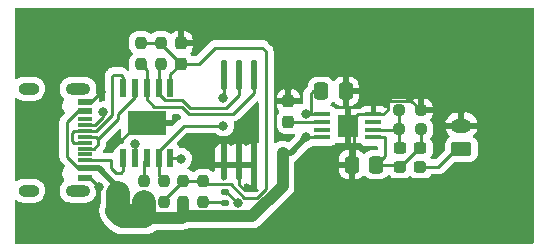
<source format=gbr>
%TF.GenerationSoftware,KiCad,Pcbnew,(6.0.4-0)*%
%TF.CreationDate,2023-08-08T13:47:07-06:00*%
%TF.ProjectId,usb_pd,7573625f-7064-42e6-9b69-6361645f7063,rev?*%
%TF.SameCoordinates,Original*%
%TF.FileFunction,Copper,L1,Top*%
%TF.FilePolarity,Positive*%
%FSLAX46Y46*%
G04 Gerber Fmt 4.6, Leading zero omitted, Abs format (unit mm)*
G04 Created by KiCad (PCBNEW (6.0.4-0)) date 2023-08-08 13:47:07*
%MOMM*%
%LPD*%
G01*
G04 APERTURE LIST*
G04 Aperture macros list*
%AMRoundRect*
0 Rectangle with rounded corners*
0 $1 Rounding radius*
0 $2 $3 $4 $5 $6 $7 $8 $9 X,Y pos of 4 corners*
0 Add a 4 corners polygon primitive as box body*
4,1,4,$2,$3,$4,$5,$6,$7,$8,$9,$2,$3,0*
0 Add four circle primitives for the rounded corners*
1,1,$1+$1,$2,$3*
1,1,$1+$1,$4,$5*
1,1,$1+$1,$6,$7*
1,1,$1+$1,$8,$9*
0 Add four rect primitives between the rounded corners*
20,1,$1+$1,$2,$3,$4,$5,0*
20,1,$1+$1,$4,$5,$6,$7,0*
20,1,$1+$1,$6,$7,$8,$9,0*
20,1,$1+$1,$8,$9,$2,$3,0*%
G04 Aperture macros list end*
%TA.AperFunction,SMDPad,CuDef*%
%ADD10RoundRect,0.100000X0.612500X0.100000X-0.612500X0.100000X-0.612500X-0.100000X0.612500X-0.100000X0*%
%TD*%
%TA.AperFunction,SMDPad,CuDef*%
%ADD11R,1.730000X1.850000*%
%TD*%
%TA.AperFunction,SMDPad,CuDef*%
%ADD12RoundRect,0.250000X0.337500X0.475000X-0.337500X0.475000X-0.337500X-0.475000X0.337500X-0.475000X0*%
%TD*%
%TA.AperFunction,SMDPad,CuDef*%
%ADD13RoundRect,0.237500X-0.300000X-0.237500X0.300000X-0.237500X0.300000X0.237500X-0.300000X0.237500X0*%
%TD*%
%TA.AperFunction,SMDPad,CuDef*%
%ADD14RoundRect,0.237500X-0.237500X0.300000X-0.237500X-0.300000X0.237500X-0.300000X0.237500X0.300000X0*%
%TD*%
%TA.AperFunction,SMDPad,CuDef*%
%ADD15RoundRect,0.250000X-0.337500X-0.475000X0.337500X-0.475000X0.337500X0.475000X-0.337500X0.475000X0*%
%TD*%
%TA.AperFunction,SMDPad,CuDef*%
%ADD16RoundRect,0.237500X0.250000X0.237500X-0.250000X0.237500X-0.250000X-0.237500X0.250000X-0.237500X0*%
%TD*%
%TA.AperFunction,SMDPad,CuDef*%
%ADD17RoundRect,0.237500X-0.250000X-0.237500X0.250000X-0.237500X0.250000X0.237500X-0.250000X0.237500X0*%
%TD*%
%TA.AperFunction,SMDPad,CuDef*%
%ADD18RoundRect,0.237500X0.287500X0.237500X-0.287500X0.237500X-0.287500X-0.237500X0.287500X-0.237500X0*%
%TD*%
%TA.AperFunction,SMDPad,CuDef*%
%ADD19RoundRect,0.237500X0.237500X-0.250000X0.237500X0.250000X-0.237500X0.250000X-0.237500X-0.250000X0*%
%TD*%
%TA.AperFunction,SMDPad,CuDef*%
%ADD20R,0.600000X1.500000*%
%TD*%
%TA.AperFunction,SMDPad,CuDef*%
%ADD21R,3.300000X2.100000*%
%TD*%
%TA.AperFunction,SMDPad,CuDef*%
%ADD22R,1.240000X0.600000*%
%TD*%
%TA.AperFunction,SMDPad,CuDef*%
%ADD23R,1.240000X0.300000*%
%TD*%
%TA.AperFunction,ComponentPad*%
%ADD24O,2.100000X1.000000*%
%TD*%
%TA.AperFunction,ComponentPad*%
%ADD25O,1.800000X1.000000*%
%TD*%
%TA.AperFunction,SMDPad,CuDef*%
%ADD26RoundRect,0.237500X0.237500X-0.300000X0.237500X0.300000X-0.237500X0.300000X-0.237500X-0.300000X0*%
%TD*%
%TA.AperFunction,SMDPad,CuDef*%
%ADD27RoundRect,0.147500X-0.172500X0.147500X-0.172500X-0.147500X0.172500X-0.147500X0.172500X0.147500X0*%
%TD*%
%TA.AperFunction,ComponentPad*%
%ADD28RoundRect,0.250000X0.625000X-0.350000X0.625000X0.350000X-0.625000X0.350000X-0.625000X-0.350000X0*%
%TD*%
%TA.AperFunction,ComponentPad*%
%ADD29O,1.750000X1.200000*%
%TD*%
%TA.AperFunction,SMDPad,CuDef*%
%ADD30O,0.560000X2.655000*%
%TD*%
%TA.AperFunction,SMDPad,CuDef*%
%ADD31RoundRect,0.237500X-0.237500X0.250000X-0.237500X-0.250000X0.237500X-0.250000X0.237500X0.250000X0*%
%TD*%
%TA.AperFunction,ViaPad*%
%ADD32C,0.800000*%
%TD*%
%TA.AperFunction,Conductor*%
%ADD33C,0.250000*%
%TD*%
%TA.AperFunction,Conductor*%
%ADD34C,0.500000*%
%TD*%
%TA.AperFunction,Conductor*%
%ADD35C,0.254000*%
%TD*%
%TA.AperFunction,Conductor*%
%ADD36C,1.000000*%
%TD*%
%TA.AperFunction,Conductor*%
%ADD37C,2.000000*%
%TD*%
G04 APERTURE END LIST*
D10*
%TO.P,U2,1,OUT*%
%TO.N,/power2/p_out*%
X154892500Y-86505000D03*
%TO.P,U2,2,FB*%
%TO.N,Net-(C4-Pad1)*%
X154892500Y-85855000D03*
%TO.P,U2,3,NC*%
%TO.N,unconnected-(U2-Pad3)*%
X154892500Y-85205000D03*
%TO.P,U2,4,GND*%
%TO.N,GND*%
X154892500Y-84555000D03*
%TO.P,U2,5,EN*%
%TO.N,VBUS*%
X150567500Y-84555000D03*
%TO.P,U2,6,NR/SS*%
%TO.N,Net-(C3-Pad2)*%
X150567500Y-85205000D03*
%TO.P,U2,7,DNC*%
%TO.N,unconnected-(U2-Pad7)*%
X150567500Y-85855000D03*
%TO.P,U2,8,IN*%
%TO.N,VBUS*%
X150567500Y-86505000D03*
D11*
%TO.P,U2,9,pad*%
%TO.N,GND*%
X152730000Y-85530000D03*
%TD*%
D12*
%TO.P,C5,1*%
%TO.N,/power2/p_out*%
X155137500Y-88800000D03*
%TO.P,C5,2*%
%TO.N,GND*%
X153062500Y-88800000D03*
%TD*%
D13*
%TO.P,C4,1*%
%TO.N,Net-(C4-Pad1)*%
X157137500Y-87400000D03*
%TO.P,C4,2*%
%TO.N,/power2/p_out*%
X158862500Y-87400000D03*
%TD*%
D14*
%TO.P,C3,1*%
%TO.N,GND*%
X147700000Y-83437500D03*
%TO.P,C3,2*%
%TO.N,Net-(C3-Pad2)*%
X147700000Y-85162500D03*
%TD*%
D15*
%TO.P,C2,1*%
%TO.N,VBUS*%
X150462500Y-82600000D03*
%TO.P,C2,2*%
%TO.N,GND*%
X152537500Y-82600000D03*
%TD*%
D16*
%TO.P,R7,1*%
%TO.N,GND*%
X158912500Y-84200000D03*
%TO.P,R7,2*%
%TO.N,Net-(C4-Pad1)*%
X157087500Y-84200000D03*
%TD*%
D17*
%TO.P,R8,1*%
%TO.N,Net-(C4-Pad1)*%
X157087500Y-85800000D03*
%TO.P,R8,2*%
%TO.N,/power2/p_out*%
X158912500Y-85800000D03*
%TD*%
D18*
%TO.P,F1,1*%
%TO.N,/power2/10V*%
X158875000Y-89000000D03*
%TO.P,F1,2*%
%TO.N,/power2/p_out*%
X157125000Y-89000000D03*
%TD*%
D19*
%TO.P,R1,1*%
%TO.N,VBUS*%
X138800000Y-92012500D03*
%TO.P,R1,2*%
%TO.N,VDD*%
X138800000Y-90187500D03*
%TD*%
D20*
%TO.P,U1,1,VDD*%
%TO.N,VDD*%
X137700000Y-82280000D03*
%TO.P,U1,2,CFG2*%
%TO.N,Net-(R4-Pad1)*%
X136700000Y-82280000D03*
%TO.P,U1,3,CFG3*%
%TO.N,Net-(R3-Pad1)*%
X135700000Y-82280000D03*
%TO.P,U1,4,DP*%
%TO.N,Net-(J1-PadA6)*%
X134700000Y-82280000D03*
%TO.P,U1,5,DM*%
%TO.N,Net-(J1-PadA7)*%
X133700000Y-82280000D03*
%TO.P,U1,6,CC2*%
%TO.N,Net-(J1-PadB5)*%
X133700000Y-88280000D03*
%TO.P,U1,7,CC1*%
%TO.N,Net-(J1-PadA5)*%
X134700000Y-88280000D03*
%TO.P,U1,8,VBUS*%
%TO.N,Net-(R2-Pad1)*%
X135700000Y-88280000D03*
%TO.P,U1,9,CFG1*%
%TO.N,Net-(R5-Pad1)*%
X136700000Y-88280000D03*
%TO.P,U1,10,PG*%
%TO.N,Net-(D1-Pad1)*%
X137700000Y-88280000D03*
D21*
%TO.P,U1,11,GND*%
%TO.N,GND*%
X135700000Y-85280000D03*
%TD*%
D22*
%TO.P,J1,A1B12,GND*%
%TO.N,GND*%
X130500000Y-83500000D03*
%TO.P,J1,A4B9,VBUS*%
%TO.N,VBUS*%
X130500000Y-84300000D03*
D23*
%TO.P,J1,A5,CC1*%
%TO.N,Net-(J1-PadA5)*%
X130500000Y-85450000D03*
%TO.P,J1,A6,D+*%
%TO.N,Net-(J1-PadA6)*%
X130500000Y-86450000D03*
%TO.P,J1,A7,D-*%
%TO.N,Net-(J1-PadA7)*%
X130500000Y-86950000D03*
%TO.P,J1,A8,SBU1*%
%TO.N,unconnected-(J1-PadA8)*%
X130500000Y-87950000D03*
D22*
%TO.P,J1,B1A12,GND*%
%TO.N,GND*%
X130500000Y-89900000D03*
%TO.P,J1,B4A9,VBUS*%
%TO.N,VBUS*%
X130500000Y-89100000D03*
D23*
%TO.P,J1,B5,CC2*%
%TO.N,Net-(J1-PadB5)*%
X130500000Y-88450000D03*
%TO.P,J1,B6,D+*%
%TO.N,Net-(J1-PadA6)*%
X130500000Y-87450000D03*
%TO.P,J1,B7,D-*%
%TO.N,Net-(J1-PadA7)*%
X130500000Y-85950000D03*
%TO.P,J1,B8,SBU2*%
%TO.N,unconnected-(J1-PadB8)*%
X130500000Y-84950000D03*
D24*
%TO.P,J1,S1,SHIELD*%
%TO.N,GNDPWR*%
X129880000Y-82380000D03*
%TO.P,J1,S2,SHIELD*%
X129880000Y-91020000D03*
D25*
%TO.P,J1,S3,SHIELD*%
X125700000Y-91020000D03*
%TO.P,J1,S4,SHIELD*%
X125700000Y-82380000D03*
%TD*%
D26*
%TO.P,C1,1*%
%TO.N,VDD*%
X138600000Y-80262500D03*
%TO.P,C1,2*%
%TO.N,GND*%
X138600000Y-78537500D03*
%TD*%
D27*
%TO.P,D1,1,K*%
%TO.N,Net-(D1-Pad1)*%
X142300000Y-91115000D03*
%TO.P,D1,2,A*%
%TO.N,Net-(D1-Pad2)*%
X142300000Y-92085000D03*
%TD*%
D28*
%TO.P,J2,1,+*%
%TO.N,/power2/10V*%
X162350000Y-87500000D03*
D29*
%TO.P,J2,2,-*%
%TO.N,GND*%
X162350000Y-85500000D03*
%TD*%
D30*
%TO.P,SW1,1*%
%TO.N,GND*%
X142230000Y-88803000D03*
%TO.P,SW1,2*%
X143500000Y-88803000D03*
%TO.P,SW1,3*%
X144770000Y-88803000D03*
%TO.P,SW1,4*%
%TO.N,Net-(R3-Pad1)*%
X144770000Y-81197000D03*
%TO.P,SW1,5*%
%TO.N,Net-(R4-Pad1)*%
X143500000Y-81197000D03*
%TO.P,SW1,6*%
%TO.N,Net-(R5-Pad1)*%
X142230000Y-81197000D03*
%TD*%
D19*
%TO.P,R3,1*%
%TO.N,Net-(R3-Pad1)*%
X135200000Y-80312500D03*
%TO.P,R3,2*%
%TO.N,VDD*%
X135200000Y-78487500D03*
%TD*%
D31*
%TO.P,R5,1*%
%TO.N,Net-(R5-Pad1)*%
X137200000Y-90187500D03*
%TO.P,R5,2*%
%TO.N,VDD*%
X137200000Y-92012500D03*
%TD*%
%TO.P,R2,1*%
%TO.N,Net-(R2-Pad1)*%
X135500000Y-90187500D03*
%TO.P,R2,2*%
%TO.N,VBUS*%
X135500000Y-92012500D03*
%TD*%
D19*
%TO.P,R4,1*%
%TO.N,Net-(R4-Pad1)*%
X136900000Y-80312500D03*
%TO.P,R4,2*%
%TO.N,VDD*%
X136900000Y-78487500D03*
%TD*%
D31*
%TO.P,R6,1*%
%TO.N,VDD*%
X140500000Y-90187500D03*
%TO.P,R6,2*%
%TO.N,Net-(D1-Pad2)*%
X140500000Y-92012500D03*
%TD*%
D32*
%TO.N,GND*%
X147700000Y-82200000D03*
%TO.N,VBUS*%
X149200000Y-84500000D03*
X149200000Y-86500000D03*
%TO.N,Net-(D1-Pad1)*%
X143399843Y-92062988D03*
X138600000Y-88300000D03*
%TO.N,GND*%
X144700000Y-85900000D03*
X135700000Y-85200000D03*
X136900000Y-84800000D03*
X134500000Y-84700000D03*
X139300000Y-86800000D03*
X134500000Y-85800000D03*
X136900000Y-85900000D03*
X131700000Y-90700000D03*
X131800000Y-82700000D03*
%TO.N,Net-(J1-PadA5)*%
X134700000Y-87100000D03*
X131972797Y-84372797D03*
%TO.N,Net-(R5-Pad1)*%
X142200000Y-85500000D03*
X142200000Y-83200000D03*
%TD*%
D33*
%TO.N,/power2/10V*%
X162350000Y-87500000D02*
X161900000Y-87500000D01*
X161900000Y-87500000D02*
X160400000Y-89000000D01*
X160400000Y-89000000D02*
X158875000Y-89000000D01*
D34*
%TO.N,VBUS*%
X147200000Y-87800000D02*
X147900000Y-87800000D01*
X147900000Y-87800000D02*
X149200000Y-86500000D01*
D33*
%TO.N,GND*%
X147700000Y-83437500D02*
X147700000Y-82200000D01*
%TO.N,Net-(C3-Pad2)*%
X150580000Y-85205000D02*
X150560489Y-85224511D01*
X150560489Y-85224511D02*
X147762011Y-85224511D01*
X147762011Y-85224511D02*
X147700000Y-85162500D01*
%TO.N,VBUS*%
X150580000Y-86505000D02*
X149205000Y-86505000D01*
X150525000Y-84500000D02*
X150580000Y-84555000D01*
X149205000Y-86505000D02*
X149200000Y-86500000D01*
X149200000Y-84500000D02*
X150525000Y-84500000D01*
%TO.N,GND*%
X153280000Y-86180000D02*
X153280000Y-88582500D01*
X153280000Y-88582500D02*
X153062500Y-88800000D01*
X153280000Y-84880000D02*
X153605000Y-84555000D01*
X153605000Y-84555000D02*
X154880000Y-84555000D01*
%TO.N,/power2/p_out*%
X158912500Y-85800000D02*
X158912500Y-87350000D01*
X158912500Y-87350000D02*
X158862500Y-87400000D01*
X158862500Y-87400000D02*
X158725000Y-87400000D01*
X158725000Y-87400000D02*
X157125000Y-89000000D01*
X155137500Y-88800000D02*
X156925000Y-88800000D01*
X156925000Y-88800000D02*
X157125000Y-89000000D01*
X155895000Y-86505000D02*
X155900000Y-86500000D01*
X155900000Y-88037500D02*
X155137500Y-88800000D01*
X154880000Y-86505000D02*
X155895000Y-86505000D01*
X155900000Y-86500000D02*
X155900000Y-88037500D01*
%TO.N,VBUS*%
X149600000Y-84500000D02*
X149600000Y-82800000D01*
X150580000Y-84555000D02*
X149655000Y-84555000D01*
X149600000Y-82800000D02*
X149800000Y-82600000D01*
X149655000Y-84555000D02*
X149600000Y-84500000D01*
X149800000Y-82600000D02*
X150462500Y-82600000D01*
%TO.N,GND*%
X156100000Y-83500000D02*
X156100000Y-84200000D01*
X156200000Y-83400000D02*
X156100000Y-83500000D01*
X156100000Y-84200000D02*
X155745000Y-84555000D01*
X158912500Y-84200000D02*
X158112500Y-83400000D01*
X158112500Y-83400000D02*
X156200000Y-83400000D01*
X155745000Y-84555000D02*
X154880000Y-84555000D01*
%TO.N,Net-(C4-Pad1)*%
X154880000Y-85855000D02*
X157032500Y-85855000D01*
X157032500Y-85855000D02*
X157087500Y-85800000D01*
X157087500Y-85800000D02*
X157087500Y-87350000D01*
X157087500Y-87350000D02*
X157137500Y-87400000D01*
X157087500Y-84200000D02*
X157087500Y-85800000D01*
%TO.N,Net-(D1-Pad1)*%
X142448714Y-91263714D02*
X142300000Y-91115000D01*
X137700000Y-88280000D02*
X138580000Y-88280000D01*
X142451855Y-91115000D02*
X143399843Y-92062988D01*
X138580000Y-88280000D02*
X138600000Y-88300000D01*
X142300000Y-91115000D02*
X142451855Y-91115000D01*
%TO.N,Net-(D1-Pad2)*%
X140500000Y-92012500D02*
X142227500Y-92012500D01*
X142227500Y-92012500D02*
X142300000Y-92085000D01*
D35*
%TO.N,GND*%
X144770000Y-90770000D02*
X145000000Y-91000000D01*
X130500000Y-89900000D02*
X130900000Y-89900000D01*
X130900000Y-89900000D02*
X131700000Y-90700000D01*
D33*
X130500000Y-83500000D02*
X131000000Y-83500000D01*
D35*
X144000000Y-91000000D02*
X143500000Y-90500000D01*
D33*
X144770000Y-88803000D02*
X144770000Y-85970000D01*
X131000000Y-83500000D02*
X131800000Y-82700000D01*
X142230000Y-88803000D02*
X141303000Y-88803000D01*
D35*
X144770000Y-88803000D02*
X144770000Y-90770000D01*
X145000000Y-91000000D02*
X144000000Y-91000000D01*
D33*
X144770000Y-85970000D02*
X144700000Y-85900000D01*
D35*
X143500000Y-90500000D02*
X143500000Y-88803000D01*
D33*
X141303000Y-88803000D02*
X139300000Y-86800000D01*
X134500000Y-85800000D02*
X132800000Y-87500000D01*
D35*
X144770000Y-88803000D02*
X142230000Y-88803000D01*
D33*
%TO.N,Net-(R3-Pad1)*%
X135700000Y-82280000D02*
X135700000Y-80812500D01*
X135700000Y-80812500D02*
X135200000Y-80312500D01*
X135700000Y-82280000D02*
X135700000Y-83280000D01*
X143044500Y-84500000D02*
X144770000Y-82774500D01*
X139264282Y-84500000D02*
X143044500Y-84500000D01*
X135700000Y-83280000D02*
X136325489Y-83905489D01*
X144770000Y-82774500D02*
X144770000Y-81197000D01*
X136325489Y-83905489D02*
X138669771Y-83905489D01*
X138669771Y-83905489D02*
X139264282Y-84500000D01*
%TO.N,Net-(R2-Pad1)*%
X135500000Y-88480000D02*
X135700000Y-88280000D01*
X135500000Y-90187500D02*
X135500000Y-88480000D01*
%TO.N,Net-(R4-Pad1)*%
X136700000Y-82800000D02*
X136700000Y-82280000D01*
X136700000Y-80512500D02*
X136900000Y-80312500D01*
X138645489Y-83354511D02*
X137254511Y-83354511D01*
X137254511Y-83354511D02*
X136700000Y-82800000D01*
X138700000Y-83300000D02*
X138645489Y-83354511D01*
X143500000Y-81197000D02*
X143500000Y-82924614D01*
X136700000Y-82280000D02*
X136700000Y-80512500D01*
X142424614Y-84000000D02*
X139400000Y-84000000D01*
X139400000Y-84000000D02*
X138700000Y-83300000D01*
X143500000Y-82924614D02*
X142424614Y-84000000D01*
%TO.N,VDD*%
X145500000Y-78900000D02*
X141500000Y-78900000D01*
X145038545Y-91600000D02*
X145800000Y-90838545D01*
X142816474Y-90455020D02*
X143961454Y-91600000D01*
X137700000Y-82280000D02*
X137700000Y-81162500D01*
X136825000Y-78487500D02*
X138600000Y-80262500D01*
X141500000Y-78900000D02*
X140137500Y-80262500D01*
X140500000Y-90187500D02*
X140767520Y-90455020D01*
X135200000Y-78487500D02*
X136825000Y-78487500D01*
X143961454Y-91600000D02*
X145038545Y-91600000D01*
X140500000Y-90187500D02*
X138800000Y-90187500D01*
X137700000Y-81162500D02*
X138600000Y-80262500D01*
X137200000Y-92012500D02*
X137200000Y-91787500D01*
X140137500Y-80262500D02*
X138600000Y-80262500D01*
X145800000Y-90838545D02*
X145800000Y-79200000D01*
X145800000Y-79200000D02*
X145500000Y-78900000D01*
X137200000Y-91787500D02*
X138800000Y-90187500D01*
X140767520Y-90455020D02*
X142816474Y-90455020D01*
D35*
%TO.N,Net-(J1-PadA6)*%
X131250000Y-87450000D02*
X131600000Y-87100000D01*
X133253520Y-84546480D02*
X134700000Y-83100000D01*
X134700000Y-83100000D02*
X134700000Y-82280000D01*
X131600000Y-86626978D02*
X131423022Y-86450000D01*
X131600000Y-87100000D02*
X131600000Y-86626978D01*
X130500000Y-87450000D02*
X131250000Y-87450000D01*
X131600000Y-86626978D02*
X133253520Y-84973458D01*
X131423022Y-86450000D02*
X130500000Y-86450000D01*
X133253520Y-84973458D02*
X133253520Y-84546480D01*
%TO.N,Net-(J1-PadA7)*%
X129576978Y-86950000D02*
X130500000Y-86950000D01*
X132800000Y-81300000D02*
X132900000Y-81200000D01*
X133500000Y-81200000D02*
X133700000Y-81400000D01*
X129400000Y-86126978D02*
X129400000Y-86773022D01*
X132800000Y-84573022D02*
X132800000Y-81300000D01*
X130500000Y-85950000D02*
X129576978Y-85950000D01*
X130500000Y-85950000D02*
X131423022Y-85950000D01*
X131423022Y-85950000D02*
X132800000Y-84573022D01*
X133700000Y-81400000D02*
X133700000Y-82280000D01*
X132900000Y-81200000D02*
X133500000Y-81200000D01*
X129400000Y-86773022D02*
X129576978Y-86950000D01*
X129576978Y-85950000D02*
X129400000Y-86126978D01*
D33*
%TO.N,Net-(J1-PadB5)*%
X133100000Y-89500000D02*
X132700000Y-89100000D01*
X132700000Y-89100000D02*
X132700000Y-88500000D01*
X133700000Y-88280000D02*
X133700000Y-89300000D01*
X133500000Y-89500000D02*
X133100000Y-89500000D01*
X133700000Y-89300000D02*
X133500000Y-89500000D01*
X132650000Y-88450000D02*
X130500000Y-88450000D01*
X132700000Y-88500000D02*
X132650000Y-88450000D01*
D35*
%TO.N,Net-(J1-PadA5)*%
X131972797Y-84758851D02*
X131281648Y-85450000D01*
X131972797Y-84372797D02*
X131972797Y-84758851D01*
X134700000Y-88280000D02*
X134700000Y-87100000D01*
X131281648Y-85450000D02*
X130500000Y-85450000D01*
D36*
%TO.N,VBUS*%
X138800000Y-93200000D02*
X144604593Y-93200000D01*
X135600000Y-93300000D02*
X135500000Y-93200000D01*
X138800000Y-93200000D02*
X138700000Y-93300000D01*
D35*
X128946480Y-88164378D02*
X129882102Y-89100000D01*
D37*
X135500000Y-92012500D02*
X135500000Y-93200000D01*
D33*
X130500000Y-89100000D02*
X131370000Y-89100000D01*
D35*
X130500000Y-84300000D02*
X129872102Y-84300000D01*
D37*
X133200000Y-92700000D02*
X133299511Y-92600489D01*
X133700000Y-93200000D02*
X133200000Y-92700000D01*
D36*
X147200000Y-90604593D02*
X147200000Y-87800000D01*
D34*
X130500000Y-89100000D02*
X131620000Y-89100000D01*
X133200000Y-90680000D02*
X133200000Y-92700000D01*
D37*
X135500000Y-93200000D02*
X133700000Y-93200000D01*
D36*
X138700000Y-93300000D02*
X135600000Y-93300000D01*
D35*
X128946480Y-85225622D02*
X128946480Y-88164378D01*
D36*
X138800000Y-92012500D02*
X138800000Y-93200000D01*
D35*
X129872102Y-84300000D02*
X128946480Y-85225622D01*
D34*
X131620000Y-89100000D02*
X133200000Y-90680000D01*
D36*
X144604593Y-93200000D02*
X147200000Y-90604593D01*
D37*
X133299511Y-92600489D02*
X133299511Y-91200000D01*
D35*
X129882102Y-89100000D02*
X130500000Y-89100000D01*
D33*
X133200000Y-90930000D02*
X133200000Y-92700000D01*
%TO.N,Net-(R5-Pad1)*%
X142230000Y-81197000D02*
X142230000Y-82830000D01*
X138829022Y-85500000D02*
X142200000Y-85500000D01*
X136700000Y-89687500D02*
X136700000Y-88280000D01*
X142300000Y-82900000D02*
X142300000Y-83100000D01*
X136700000Y-88280000D02*
X136700000Y-87629022D01*
X142230000Y-82830000D02*
X142300000Y-82900000D01*
X137200000Y-90187500D02*
X136700000Y-89687500D01*
X142300000Y-83100000D02*
X142200000Y-83200000D01*
X136700000Y-87629022D02*
X138829022Y-85500000D01*
%TD*%
%TA.AperFunction,Conductor*%
%TO.N,GND*%
G36*
X168433621Y-75528502D02*
G01*
X168480114Y-75582158D01*
X168491500Y-75634500D01*
X168491500Y-95365500D01*
X168471498Y-95433621D01*
X168417842Y-95480114D01*
X168365500Y-95491500D01*
X124634500Y-95491500D01*
X124566379Y-95471498D01*
X124519886Y-95417842D01*
X124508500Y-95365500D01*
X124508500Y-91942620D01*
X124528502Y-91874499D01*
X124582158Y-91828006D01*
X124652432Y-91817902D01*
X124715490Y-91846098D01*
X124727474Y-91856154D01*
X124732872Y-91859121D01*
X124732877Y-91859125D01*
X124876180Y-91937905D01*
X124900787Y-91951433D01*
X124906654Y-91953294D01*
X124906656Y-91953295D01*
X125083436Y-92009373D01*
X125089306Y-92011235D01*
X125243227Y-92028500D01*
X126149769Y-92028500D01*
X126152825Y-92028200D01*
X126152832Y-92028200D01*
X126211340Y-92022463D01*
X126296833Y-92014080D01*
X126302734Y-92012298D01*
X126302736Y-92012298D01*
X126376053Y-91990162D01*
X126486169Y-91956916D01*
X126660796Y-91864066D01*
X126747062Y-91793709D01*
X126809287Y-91742960D01*
X126809290Y-91742957D01*
X126814062Y-91739065D01*
X126891787Y-91645112D01*
X126936201Y-91591425D01*
X126936203Y-91591421D01*
X126940130Y-91586675D01*
X127034198Y-91412701D01*
X127092682Y-91223768D01*
X127097925Y-91173884D01*
X127112711Y-91033204D01*
X127112711Y-91033202D01*
X127113355Y-91027075D01*
X127095430Y-90830112D01*
X127092797Y-90821163D01*
X127060391Y-90711058D01*
X127039590Y-90640381D01*
X127029919Y-90621881D01*
X126960495Y-90489087D01*
X126947960Y-90465110D01*
X126824032Y-90310975D01*
X126817727Y-90305684D01*
X126751230Y-90249887D01*
X126672526Y-90183846D01*
X126667128Y-90180879D01*
X126667123Y-90180875D01*
X126504608Y-90091533D01*
X126504609Y-90091533D01*
X126499213Y-90088567D01*
X126493346Y-90086706D01*
X126493344Y-90086705D01*
X126316564Y-90030627D01*
X126316563Y-90030627D01*
X126310694Y-90028765D01*
X126156773Y-90011500D01*
X125250231Y-90011500D01*
X125247175Y-90011800D01*
X125247168Y-90011800D01*
X125188660Y-90017537D01*
X125103167Y-90025920D01*
X125097266Y-90027702D01*
X125097264Y-90027702D01*
X125030028Y-90048002D01*
X124913831Y-90083084D01*
X124739204Y-90175934D01*
X124724639Y-90187813D01*
X124714136Y-90196379D01*
X124648704Y-90223933D01*
X124578763Y-90211738D01*
X124526518Y-90163665D01*
X124508500Y-90098736D01*
X124508500Y-85205501D01*
X128306245Y-85205501D01*
X128306991Y-85213393D01*
X128310421Y-85249678D01*
X128310980Y-85261536D01*
X128310980Y-88085358D01*
X128310450Y-88096592D01*
X128308772Y-88104097D01*
X128309021Y-88112016D01*
X128310918Y-88172390D01*
X128310980Y-88176347D01*
X128310980Y-88204361D01*
X128311476Y-88208286D01*
X128311476Y-88208287D01*
X128311488Y-88208382D01*
X128312421Y-88220227D01*
X128313815Y-88264583D01*
X128317671Y-88277855D01*
X128319493Y-88284126D01*
X128323503Y-88303490D01*
X128326053Y-88323677D01*
X128328969Y-88331041D01*
X128328970Y-88331046D01*
X128342387Y-88364934D01*
X128346232Y-88376163D01*
X128358611Y-88418771D01*
X128362649Y-88425598D01*
X128362650Y-88425601D01*
X128368968Y-88436284D01*
X128377668Y-88454042D01*
X128382241Y-88465593D01*
X128382245Y-88465599D01*
X128385161Y-88472966D01*
X128389819Y-88479377D01*
X128389820Y-88479379D01*
X128400698Y-88494351D01*
X128408211Y-88504691D01*
X128411244Y-88508866D01*
X128417761Y-88518788D01*
X128436306Y-88550146D01*
X128436309Y-88550150D01*
X128440346Y-88556976D01*
X128454730Y-88571360D01*
X128467571Y-88586394D01*
X128479538Y-88602865D01*
X128485646Y-88607918D01*
X128513735Y-88631155D01*
X128522515Y-88639145D01*
X128746759Y-88863389D01*
X128780785Y-88925701D01*
X128775720Y-88996516D01*
X128749737Y-89035739D01*
X128750894Y-89036724D01*
X128746472Y-89041919D01*
X128741515Y-89046607D01*
X128737683Y-89052245D01*
X128737680Y-89052249D01*
X128711265Y-89091118D01*
X128639723Y-89196388D01*
X128572470Y-89364534D01*
X128571356Y-89371262D01*
X128571355Y-89371266D01*
X128545065Y-89530073D01*
X128542892Y-89543198D01*
X128543249Y-89550015D01*
X128543249Y-89550019D01*
X128547628Y-89633562D01*
X128552370Y-89724047D01*
X128554181Y-89730620D01*
X128554181Y-89730623D01*
X128594707Y-89877751D01*
X128600461Y-89898641D01*
X128684922Y-90058836D01*
X128689331Y-90064053D01*
X128695129Y-90070914D01*
X128723822Y-90135853D01*
X128712852Y-90205997D01*
X128678529Y-90249887D01*
X128620713Y-90297040D01*
X128620710Y-90297043D01*
X128615938Y-90300935D01*
X128612011Y-90305682D01*
X128612009Y-90305684D01*
X128493799Y-90448575D01*
X128493797Y-90448579D01*
X128489870Y-90453325D01*
X128395802Y-90627299D01*
X128337318Y-90816232D01*
X128336674Y-90822357D01*
X128336674Y-90822358D01*
X128328046Y-90904455D01*
X128316645Y-91012925D01*
X128321187Y-91062836D01*
X128331641Y-91177700D01*
X128334570Y-91209888D01*
X128336308Y-91215794D01*
X128336309Y-91215798D01*
X128355244Y-91280135D01*
X128390410Y-91399619D01*
X128393263Y-91405077D01*
X128393265Y-91405081D01*
X128440720Y-91495853D01*
X128482040Y-91574890D01*
X128605968Y-91729025D01*
X128610692Y-91732989D01*
X128617933Y-91739065D01*
X128757474Y-91856154D01*
X128762872Y-91859121D01*
X128762877Y-91859125D01*
X128906180Y-91937905D01*
X128930787Y-91951433D01*
X128936654Y-91953294D01*
X128936656Y-91953295D01*
X129113436Y-92009373D01*
X129119306Y-92011235D01*
X129273227Y-92028500D01*
X130479769Y-92028500D01*
X130482825Y-92028200D01*
X130482832Y-92028200D01*
X130541340Y-92022463D01*
X130626833Y-92014080D01*
X130632734Y-92012298D01*
X130632736Y-92012298D01*
X130706053Y-91990162D01*
X130816169Y-91956916D01*
X130990796Y-91864066D01*
X131077062Y-91793709D01*
X131139287Y-91742960D01*
X131139290Y-91742957D01*
X131144062Y-91739065D01*
X131221787Y-91645112D01*
X131266201Y-91591425D01*
X131266203Y-91591421D01*
X131270130Y-91586675D01*
X131364198Y-91412701D01*
X131422682Y-91223768D01*
X131427925Y-91173884D01*
X131442711Y-91033204D01*
X131442711Y-91033202D01*
X131443355Y-91027075D01*
X131425430Y-90830112D01*
X131396087Y-90730411D01*
X131396042Y-90659416D01*
X131434388Y-90599666D01*
X131441397Y-90594011D01*
X131475725Y-90568284D01*
X131488285Y-90555724D01*
X131564786Y-90453649D01*
X131573325Y-90438052D01*
X131589713Y-90394337D01*
X131632354Y-90337572D01*
X131698916Y-90312872D01*
X131768265Y-90328079D01*
X131796790Y-90349471D01*
X131891450Y-90444131D01*
X131925476Y-90506443D01*
X131920411Y-90577258D01*
X131916938Y-90584938D01*
X131917098Y-90585008D01*
X131915067Y-90589658D01*
X131912680Y-90594109D01*
X131911035Y-90598888D01*
X131911034Y-90598889D01*
X131872411Y-90711058D01*
X131833649Y-90823631D01*
X131819762Y-90904031D01*
X131798675Y-91026116D01*
X131792332Y-91062836D01*
X131792152Y-91066797D01*
X131792152Y-91066798D01*
X131791166Y-91088520D01*
X131791011Y-91091925D01*
X131791011Y-92135899D01*
X131781836Y-92183099D01*
X131755845Y-92247429D01*
X131754725Y-92252359D01*
X131751738Y-92265506D01*
X131747270Y-92280686D01*
X131742663Y-92293342D01*
X131742661Y-92293349D01*
X131740930Y-92298105D01*
X131728169Y-92365003D01*
X131723536Y-92389290D01*
X131722637Y-92393595D01*
X131703185Y-92479212D01*
X131703184Y-92479219D01*
X131702065Y-92484144D01*
X131701748Y-92489188D01*
X131701747Y-92489192D01*
X131700901Y-92502640D01*
X131698919Y-92518333D01*
X131695444Y-92536553D01*
X131695303Y-92541605D01*
X131692851Y-92629371D01*
X131692651Y-92633758D01*
X131686822Y-92726413D01*
X131687316Y-92731450D01*
X131687316Y-92731455D01*
X131688631Y-92744863D01*
X131689184Y-92760676D01*
X131688666Y-92779205D01*
X131689335Y-92784218D01*
X131689335Y-92784220D01*
X131700943Y-92871217D01*
X131701449Y-92875584D01*
X131710511Y-92968002D01*
X131711804Y-92972894D01*
X131711805Y-92972902D01*
X131715247Y-92985930D01*
X131718320Y-93001448D01*
X131720771Y-93019820D01*
X131722235Y-93024668D01*
X131747604Y-93108693D01*
X131748798Y-93112914D01*
X131772519Y-93202696D01*
X131774577Y-93207318D01*
X131780061Y-93219635D01*
X131785575Y-93234463D01*
X131790933Y-93252208D01*
X131831646Y-93335683D01*
X131833487Y-93339629D01*
X131871254Y-93424456D01*
X131874020Y-93428683D01*
X131881404Y-93439967D01*
X131889215Y-93453717D01*
X131897346Y-93470388D01*
X131950866Y-93546257D01*
X131953336Y-93549893D01*
X132001400Y-93623341D01*
X132001409Y-93623352D01*
X132004174Y-93627578D01*
X132007582Y-93631310D01*
X132007584Y-93631313D01*
X132016670Y-93641263D01*
X132026580Y-93653588D01*
X132037274Y-93668747D01*
X132056909Y-93690250D01*
X132106575Y-93739916D01*
X132110526Y-93744049D01*
X132167858Y-93806836D01*
X132171821Y-93809977D01*
X132171822Y-93809978D01*
X132189347Y-93823868D01*
X132200177Y-93833518D01*
X132616325Y-94249666D01*
X132618779Y-94252188D01*
X132677386Y-94314163D01*
X132687332Y-94324681D01*
X132749757Y-94372408D01*
X132754892Y-94376552D01*
X132781936Y-94399568D01*
X132814720Y-94427470D01*
X132819045Y-94430089D01*
X132819050Y-94430093D01*
X132842824Y-94444491D01*
X132854071Y-94452163D01*
X132880174Y-94472120D01*
X132884632Y-94474510D01*
X132884633Y-94474511D01*
X132949401Y-94509239D01*
X132955126Y-94512504D01*
X133022358Y-94553221D01*
X133052817Y-94565527D01*
X133065158Y-94571307D01*
X133094109Y-94586831D01*
X133098890Y-94588477D01*
X133098894Y-94588479D01*
X133168401Y-94612412D01*
X133174579Y-94614722D01*
X133201739Y-94625695D01*
X133247429Y-94644155D01*
X133252369Y-94645277D01*
X133252368Y-94645277D01*
X133279460Y-94651432D01*
X133292559Y-94655163D01*
X133323631Y-94665862D01*
X133401100Y-94679243D01*
X133407504Y-94680523D01*
X133484144Y-94697935D01*
X133516953Y-94699999D01*
X133530453Y-94701585D01*
X133562836Y-94707179D01*
X133566793Y-94707359D01*
X133566796Y-94707359D01*
X133590506Y-94708436D01*
X133590525Y-94708436D01*
X133591925Y-94708500D01*
X133648108Y-94708500D01*
X133656019Y-94708749D01*
X133726413Y-94713178D01*
X133767992Y-94709101D01*
X133780288Y-94708500D01*
X135462188Y-94708500D01*
X135467903Y-94708630D01*
X135552817Y-94712486D01*
X135557837Y-94711905D01*
X135557841Y-94711905D01*
X135606272Y-94706301D01*
X135645056Y-94701814D01*
X135649407Y-94701387D01*
X135741965Y-94693940D01*
X135759971Y-94689518D01*
X135775533Y-94686718D01*
X135788929Y-94685167D01*
X135788932Y-94685166D01*
X135793956Y-94684585D01*
X135798819Y-94683209D01*
X135883290Y-94659307D01*
X135887540Y-94658184D01*
X135908873Y-94652944D01*
X135977706Y-94636037D01*
X135982359Y-94634062D01*
X135982362Y-94634061D01*
X135988543Y-94631437D01*
X135994778Y-94628791D01*
X136009689Y-94623539D01*
X136027532Y-94618490D01*
X136032107Y-94616356D01*
X136032114Y-94616354D01*
X136100552Y-94584440D01*
X136111682Y-94579250D01*
X136115673Y-94577473D01*
X136201156Y-94541188D01*
X136205428Y-94538498D01*
X136205437Y-94538493D01*
X136216846Y-94531308D01*
X136230740Y-94523733D01*
X136233841Y-94522287D01*
X136247536Y-94515901D01*
X136324320Y-94463719D01*
X136327999Y-94461311D01*
X136402291Y-94414526D01*
X136402293Y-94414525D01*
X136406567Y-94411833D01*
X136410351Y-94408497D01*
X136410355Y-94408494D01*
X136420479Y-94399568D01*
X136432976Y-94389875D01*
X136448307Y-94379456D01*
X136486911Y-94342950D01*
X136550147Y-94310680D01*
X136573482Y-94308500D01*
X138638157Y-94308500D01*
X138651764Y-94309237D01*
X138683262Y-94312659D01*
X138683267Y-94312659D01*
X138689388Y-94313324D01*
X138719610Y-94310680D01*
X138739388Y-94308950D01*
X138744214Y-94308621D01*
X138746686Y-94308500D01*
X138749769Y-94308500D01*
X138761738Y-94307326D01*
X138792506Y-94304310D01*
X138793819Y-94304188D01*
X138838084Y-94300315D01*
X138886413Y-94296087D01*
X138891532Y-94294600D01*
X138896833Y-94294080D01*
X138985834Y-94267209D01*
X138986967Y-94266874D01*
X139070414Y-94242630D01*
X139070418Y-94242628D01*
X139076336Y-94240909D01*
X139081068Y-94238456D01*
X139086169Y-94236916D01*
X139111875Y-94223248D01*
X139171028Y-94208500D01*
X144542750Y-94208500D01*
X144556357Y-94209237D01*
X144587855Y-94212659D01*
X144587860Y-94212659D01*
X144593981Y-94213324D01*
X144620231Y-94211027D01*
X144643981Y-94208950D01*
X144648807Y-94208621D01*
X144651279Y-94208500D01*
X144654362Y-94208500D01*
X144666331Y-94207326D01*
X144697099Y-94204310D01*
X144698412Y-94204188D01*
X144742677Y-94200315D01*
X144791006Y-94196087D01*
X144796125Y-94194600D01*
X144801426Y-94194080D01*
X144890427Y-94167209D01*
X144891560Y-94166874D01*
X144975007Y-94142630D01*
X144975011Y-94142628D01*
X144980929Y-94140909D01*
X144985661Y-94138456D01*
X144990762Y-94136916D01*
X144996205Y-94134022D01*
X145072853Y-94093269D01*
X145074019Y-94092657D01*
X145151046Y-94052729D01*
X145156519Y-94049892D01*
X145160682Y-94046569D01*
X145165389Y-94044066D01*
X145237511Y-93985245D01*
X145238367Y-93984554D01*
X145277566Y-93953262D01*
X145280070Y-93950758D01*
X145280788Y-93950116D01*
X145285121Y-93946415D01*
X145318655Y-93919065D01*
X145347881Y-93883737D01*
X145355870Y-93874958D01*
X147869379Y-91361448D01*
X147879522Y-91352346D01*
X147904218Y-91332490D01*
X147909025Y-91328625D01*
X147941292Y-91290171D01*
X147944472Y-91286524D01*
X147946115Y-91284712D01*
X147948309Y-91282518D01*
X147975642Y-91249244D01*
X147976348Y-91248393D01*
X148003699Y-91215798D01*
X148036154Y-91177119D01*
X148038722Y-91172449D01*
X148042103Y-91168332D01*
X148086015Y-91086435D01*
X148086624Y-91085313D01*
X148128466Y-91009204D01*
X148128468Y-91009199D01*
X148131433Y-91003806D01*
X148133044Y-90998728D01*
X148135563Y-90994030D01*
X148162753Y-90905095D01*
X148163136Y-90903865D01*
X148163410Y-90903003D01*
X148191235Y-90815287D01*
X148191828Y-90809996D01*
X148193388Y-90804895D01*
X148202795Y-90712282D01*
X148202915Y-90711162D01*
X148208500Y-90661366D01*
X148208500Y-90657837D01*
X148208555Y-90656854D01*
X148209004Y-90651149D01*
X148209498Y-90646294D01*
X148213374Y-90608130D01*
X148209059Y-90562481D01*
X148208500Y-90550624D01*
X148208500Y-89322095D01*
X151967001Y-89322095D01*
X151967338Y-89328614D01*
X151977257Y-89424206D01*
X151980149Y-89437600D01*
X152031588Y-89591784D01*
X152037761Y-89604962D01*
X152123063Y-89742807D01*
X152132099Y-89754208D01*
X152246829Y-89868739D01*
X152258240Y-89877751D01*
X152396243Y-89962816D01*
X152409424Y-89968963D01*
X152563710Y-90020138D01*
X152577086Y-90023005D01*
X152671438Y-90032672D01*
X152677854Y-90033000D01*
X152790385Y-90033000D01*
X152805624Y-90028525D01*
X152806829Y-90027135D01*
X152808500Y-90019452D01*
X152808500Y-89072115D01*
X152804025Y-89056876D01*
X152802635Y-89055671D01*
X152794952Y-89054000D01*
X151985116Y-89054000D01*
X151969877Y-89058475D01*
X151968672Y-89059865D01*
X151967001Y-89067548D01*
X151967001Y-89322095D01*
X148208500Y-89322095D01*
X148208500Y-88572812D01*
X148221692Y-88527885D01*
X151967000Y-88527885D01*
X151971475Y-88543124D01*
X151972865Y-88544329D01*
X151980548Y-88546000D01*
X152790385Y-88546000D01*
X152805624Y-88541525D01*
X152806829Y-88540135D01*
X152808500Y-88532452D01*
X152808500Y-87585116D01*
X152804025Y-87569877D01*
X152802635Y-87568672D01*
X152794952Y-87567001D01*
X152677905Y-87567001D01*
X152671386Y-87567338D01*
X152575794Y-87577257D01*
X152562400Y-87580149D01*
X152408216Y-87631588D01*
X152395038Y-87637761D01*
X152257193Y-87723063D01*
X152245792Y-87732099D01*
X152131261Y-87846829D01*
X152122249Y-87858240D01*
X152037184Y-87996243D01*
X152031037Y-88009424D01*
X151979862Y-88163710D01*
X151976995Y-88177086D01*
X151967328Y-88271438D01*
X151967000Y-88277855D01*
X151967000Y-88527885D01*
X148221692Y-88527885D01*
X148228502Y-88504691D01*
X148265415Y-88467440D01*
X148302976Y-88442814D01*
X148306680Y-88440477D01*
X148369107Y-88402595D01*
X148377484Y-88395197D01*
X148377508Y-88395224D01*
X148380500Y-88392571D01*
X148383733Y-88389868D01*
X148389852Y-88385856D01*
X148443149Y-88329595D01*
X148445506Y-88327175D01*
X149356331Y-87416350D01*
X149419228Y-87382199D01*
X149475824Y-87370169D01*
X149475833Y-87370166D01*
X149482288Y-87368794D01*
X149548086Y-87339499D01*
X149650722Y-87293803D01*
X149650724Y-87293802D01*
X149656752Y-87291118D01*
X149667520Y-87283295D01*
X149684603Y-87270883D01*
X149746163Y-87226157D01*
X149813028Y-87202300D01*
X149836665Y-87203172D01*
X149915115Y-87213500D01*
X150567420Y-87213500D01*
X151219884Y-87213499D01*
X151223969Y-87212961D01*
X151223973Y-87212961D01*
X151330663Y-87198916D01*
X151330665Y-87198916D01*
X151338850Y-87197838D01*
X151426921Y-87161358D01*
X151479248Y-87139684D01*
X151479250Y-87139683D01*
X151486876Y-87136524D01*
X151517627Y-87112928D01*
X151607441Y-87044010D01*
X151613987Y-87038987D01*
X151619010Y-87032441D01*
X151619014Y-87032437D01*
X151640368Y-87004608D01*
X151697706Y-86962741D01*
X151754434Y-86959561D01*
X151754793Y-86956252D01*
X151813514Y-86962631D01*
X151820328Y-86963000D01*
X152457885Y-86963000D01*
X152473124Y-86958525D01*
X152474329Y-86957135D01*
X152476000Y-86949452D01*
X152476000Y-86944884D01*
X152984000Y-86944884D01*
X152988475Y-86960123D01*
X152989865Y-86961328D01*
X152997548Y-86962999D01*
X153639669Y-86962999D01*
X153646490Y-86962629D01*
X153705207Y-86956252D01*
X153705561Y-86959513D01*
X153761424Y-86962431D01*
X153819632Y-87004607D01*
X153846013Y-87038987D01*
X153973125Y-87136524D01*
X154121150Y-87197838D01*
X154129338Y-87198916D01*
X154236021Y-87212961D01*
X154240115Y-87213500D01*
X154272629Y-87213500D01*
X155140500Y-87213499D01*
X155208621Y-87233501D01*
X155255114Y-87287157D01*
X155266500Y-87339499D01*
X155266500Y-87440500D01*
X155246498Y-87508621D01*
X155192842Y-87555114D01*
X155140500Y-87566500D01*
X154749600Y-87566500D01*
X154746354Y-87566837D01*
X154746350Y-87566837D01*
X154650692Y-87576762D01*
X154650688Y-87576763D01*
X154643834Y-87577474D01*
X154637298Y-87579655D01*
X154637296Y-87579655D01*
X154524608Y-87617251D01*
X154476054Y-87633450D01*
X154325652Y-87726522D01*
X154200695Y-87851697D01*
X154197898Y-87856235D01*
X154140647Y-87896824D01*
X154069724Y-87900054D01*
X154008313Y-87864428D01*
X154000938Y-87855932D01*
X153992902Y-87845793D01*
X153878171Y-87731261D01*
X153866760Y-87722249D01*
X153728757Y-87637184D01*
X153715576Y-87631037D01*
X153561290Y-87579862D01*
X153547914Y-87576995D01*
X153453562Y-87567328D01*
X153447145Y-87567000D01*
X153334615Y-87567000D01*
X153319376Y-87571475D01*
X153318171Y-87572865D01*
X153316500Y-87580548D01*
X153316500Y-90014884D01*
X153320975Y-90030123D01*
X153322365Y-90031328D01*
X153330048Y-90032999D01*
X153447095Y-90032999D01*
X153453614Y-90032662D01*
X153549206Y-90022743D01*
X153562600Y-90019851D01*
X153716784Y-89968412D01*
X153729962Y-89962239D01*
X153867807Y-89876937D01*
X153879208Y-89867901D01*
X153993738Y-89753172D01*
X154000794Y-89744238D01*
X154058712Y-89703177D01*
X154129635Y-89699947D01*
X154191046Y-89735574D01*
X154197846Y-89743407D01*
X154201522Y-89749348D01*
X154206704Y-89754521D01*
X154217339Y-89765137D01*
X154326697Y-89874305D01*
X154332927Y-89878145D01*
X154332928Y-89878146D01*
X154470288Y-89962816D01*
X154477262Y-89967115D01*
X154497040Y-89973675D01*
X154638611Y-90020632D01*
X154638613Y-90020632D01*
X154645139Y-90022797D01*
X154651975Y-90023497D01*
X154651978Y-90023498D01*
X154693012Y-90027702D01*
X154749600Y-90033500D01*
X155525400Y-90033500D01*
X155528646Y-90033163D01*
X155528650Y-90033163D01*
X155624308Y-90023238D01*
X155624312Y-90023237D01*
X155631166Y-90022526D01*
X155637702Y-90020345D01*
X155637704Y-90020345D01*
X155786180Y-89970809D01*
X155798946Y-89966550D01*
X155949348Y-89873478D01*
X156001798Y-89820937D01*
X156069137Y-89753480D01*
X156074305Y-89748303D01*
X156078144Y-89742075D01*
X156082486Y-89736577D01*
X156140402Y-89695513D01*
X156211325Y-89692281D01*
X156270385Y-89725494D01*
X156371997Y-89826929D01*
X156378227Y-89830769D01*
X156378228Y-89830770D01*
X156499310Y-89905406D01*
X156520080Y-89918209D01*
X156685191Y-89972974D01*
X156692027Y-89973674D01*
X156692030Y-89973675D01*
X156742884Y-89978885D01*
X156787928Y-89983500D01*
X157462072Y-89983500D01*
X157465318Y-89983163D01*
X157465322Y-89983163D01*
X157559235Y-89973419D01*
X157559239Y-89973418D01*
X157566093Y-89972707D01*
X157572629Y-89970526D01*
X157572631Y-89970526D01*
X157712388Y-89923899D01*
X157731107Y-89917654D01*
X157866302Y-89833993D01*
X157872805Y-89829969D01*
X157872806Y-89829968D01*
X157879031Y-89826116D01*
X157910879Y-89794213D01*
X157973159Y-89760134D01*
X158043979Y-89765137D01*
X158089067Y-89794057D01*
X158092425Y-89797409D01*
X158121997Y-89826929D01*
X158128227Y-89830769D01*
X158128228Y-89830770D01*
X158249310Y-89905406D01*
X158270080Y-89918209D01*
X158435191Y-89972974D01*
X158442027Y-89973674D01*
X158442030Y-89973675D01*
X158492884Y-89978885D01*
X158537928Y-89983500D01*
X159212072Y-89983500D01*
X159215318Y-89983163D01*
X159215322Y-89983163D01*
X159309235Y-89973419D01*
X159309239Y-89973418D01*
X159316093Y-89972707D01*
X159322629Y-89970526D01*
X159322631Y-89970526D01*
X159462388Y-89923899D01*
X159481107Y-89917654D01*
X159629031Y-89826116D01*
X159657688Y-89797409D01*
X159746758Y-89708184D01*
X159746762Y-89708179D01*
X159751929Y-89703003D01*
X159757857Y-89693386D01*
X159759886Y-89691559D01*
X159760307Y-89691027D01*
X159760398Y-89691099D01*
X159810628Y-89645892D01*
X159865118Y-89633500D01*
X160321233Y-89633500D01*
X160332416Y-89634027D01*
X160339909Y-89635702D01*
X160347835Y-89635453D01*
X160347836Y-89635453D01*
X160407986Y-89633562D01*
X160411945Y-89633500D01*
X160439856Y-89633500D01*
X160443791Y-89633003D01*
X160443856Y-89632995D01*
X160455693Y-89632062D01*
X160487951Y-89631048D01*
X160491970Y-89630922D01*
X160499889Y-89630673D01*
X160519343Y-89625021D01*
X160538700Y-89621013D01*
X160550930Y-89619468D01*
X160550931Y-89619468D01*
X160558797Y-89618474D01*
X160566168Y-89615555D01*
X160566170Y-89615555D01*
X160599912Y-89602196D01*
X160611142Y-89598351D01*
X160645983Y-89588229D01*
X160645984Y-89588229D01*
X160653593Y-89586018D01*
X160660412Y-89581985D01*
X160660417Y-89581983D01*
X160671028Y-89575707D01*
X160688776Y-89567012D01*
X160707617Y-89559552D01*
X160743387Y-89533564D01*
X160753307Y-89527048D01*
X160784535Y-89508580D01*
X160784538Y-89508578D01*
X160791362Y-89504542D01*
X160805683Y-89490221D01*
X160820717Y-89477380D01*
X160830694Y-89470131D01*
X160837107Y-89465472D01*
X160865298Y-89431395D01*
X160873288Y-89422616D01*
X161650499Y-88645405D01*
X161712811Y-88611379D01*
X161739594Y-88608500D01*
X163025400Y-88608500D01*
X163028646Y-88608163D01*
X163028650Y-88608163D01*
X163124308Y-88598238D01*
X163124312Y-88598237D01*
X163131166Y-88597526D01*
X163137702Y-88595345D01*
X163137704Y-88595345D01*
X163291998Y-88543868D01*
X163298946Y-88541550D01*
X163449348Y-88448478D01*
X163574305Y-88323303D01*
X163584477Y-88306801D01*
X163663275Y-88178968D01*
X163663276Y-88178966D01*
X163667115Y-88172738D01*
X163693564Y-88092995D01*
X163720632Y-88011389D01*
X163720632Y-88011387D01*
X163722797Y-88004861D01*
X163733500Y-87900400D01*
X163733500Y-87099600D01*
X163733163Y-87096350D01*
X163723238Y-87000692D01*
X163723237Y-87000688D01*
X163722526Y-86993834D01*
X163708583Y-86952040D01*
X163668868Y-86833002D01*
X163666550Y-86826054D01*
X163573478Y-86675652D01*
X163448303Y-86550695D01*
X163442069Y-86546852D01*
X163396310Y-86518645D01*
X163348817Y-86465873D01*
X163337395Y-86395801D01*
X163365669Y-86330677D01*
X163384597Y-86312298D01*
X163387856Y-86309738D01*
X163396506Y-86301501D01*
X163527212Y-86150877D01*
X163534147Y-86141153D01*
X163634010Y-85968533D01*
X163638984Y-85957669D01*
X163704407Y-85769273D01*
X163704648Y-85768284D01*
X163703180Y-85757992D01*
X163689615Y-85754000D01*
X161014598Y-85754000D01*
X161001067Y-85757973D01*
X160999712Y-85767399D01*
X161021194Y-85856537D01*
X161025083Y-85867832D01*
X161107629Y-86049382D01*
X161113576Y-86059724D01*
X161228968Y-86222397D01*
X161236761Y-86231425D01*
X161327757Y-86318535D01*
X161363133Y-86380090D01*
X161359614Y-86451000D01*
X161318317Y-86508750D01*
X161306947Y-86516685D01*
X161250652Y-86551522D01*
X161125695Y-86676697D01*
X161121855Y-86682927D01*
X161121854Y-86682928D01*
X161043415Y-86810180D01*
X161032885Y-86827262D01*
X161020706Y-86863980D01*
X160988418Y-86961328D01*
X160977203Y-86995139D01*
X160976503Y-87001975D01*
X160976502Y-87001978D01*
X160974502Y-87021500D01*
X160966500Y-87099600D01*
X160966500Y-87485405D01*
X160946498Y-87553526D01*
X160929595Y-87574500D01*
X160174500Y-88329595D01*
X160112188Y-88363621D01*
X160085405Y-88366500D01*
X159864964Y-88366500D01*
X159796843Y-88346498D01*
X159757821Y-88306804D01*
X159751116Y-88295969D01*
X159744212Y-88289077D01*
X159743411Y-88287613D01*
X159741389Y-88285062D01*
X159741826Y-88284716D01*
X159710134Y-88226796D01*
X159715137Y-88155976D01*
X159744056Y-88110890D01*
X159746757Y-88108184D01*
X159751929Y-88103003D01*
X159814027Y-88002262D01*
X159839369Y-87961150D01*
X159839370Y-87961148D01*
X159843209Y-87954920D01*
X159897974Y-87789809D01*
X159908500Y-87687072D01*
X159908500Y-87112928D01*
X159907117Y-87099600D01*
X159898419Y-87015765D01*
X159898418Y-87015761D01*
X159897707Y-87008907D01*
X159895396Y-87001978D01*
X159849117Y-86863265D01*
X159842654Y-86843893D01*
X159793122Y-86763850D01*
X159754969Y-86702195D01*
X159754968Y-86702194D01*
X159751116Y-86695969D01*
X159744212Y-86689077D01*
X159743410Y-86687612D01*
X159741389Y-86685062D01*
X159741826Y-86684716D01*
X159710134Y-86626796D01*
X159715137Y-86555976D01*
X159744056Y-86510890D01*
X159746757Y-86508184D01*
X159751929Y-86503003D01*
X159755770Y-86496772D01*
X159839369Y-86361150D01*
X159839370Y-86361148D01*
X159843209Y-86354920D01*
X159897974Y-86189809D01*
X159898698Y-86182749D01*
X159908172Y-86090271D01*
X159908500Y-86087072D01*
X159908500Y-85512928D01*
X159908163Y-85509678D01*
X159898419Y-85415765D01*
X159898418Y-85415761D01*
X159897707Y-85408907D01*
X159842654Y-85243893D01*
X159835119Y-85231716D01*
X160995352Y-85231716D01*
X160996820Y-85242008D01*
X161010385Y-85246000D01*
X162077885Y-85246000D01*
X162093124Y-85241525D01*
X162094329Y-85240135D01*
X162096000Y-85232452D01*
X162096000Y-85227885D01*
X162604000Y-85227885D01*
X162608475Y-85243124D01*
X162609865Y-85244329D01*
X162617548Y-85246000D01*
X163685402Y-85246000D01*
X163698933Y-85242027D01*
X163700288Y-85232601D01*
X163678806Y-85143463D01*
X163674917Y-85132168D01*
X163592371Y-84950618D01*
X163586424Y-84940276D01*
X163471032Y-84777603D01*
X163463239Y-84768575D01*
X163319169Y-84630658D01*
X163309804Y-84623262D01*
X163142259Y-84515079D01*
X163131655Y-84509583D01*
X162946688Y-84435039D01*
X162935230Y-84431645D01*
X162738072Y-84393143D01*
X162729209Y-84392066D01*
X162726500Y-84392000D01*
X162622115Y-84392000D01*
X162606876Y-84396475D01*
X162605671Y-84397865D01*
X162604000Y-84405548D01*
X162604000Y-85227885D01*
X162096000Y-85227885D01*
X162096000Y-84410115D01*
X162091525Y-84394876D01*
X162090135Y-84393671D01*
X162082452Y-84392000D01*
X162025168Y-84392000D01*
X162019192Y-84392285D01*
X161870506Y-84406471D01*
X161858772Y-84408730D01*
X161667401Y-84464872D01*
X161656325Y-84469302D01*
X161479022Y-84560619D01*
X161468976Y-84567069D01*
X161312143Y-84690262D01*
X161303494Y-84698499D01*
X161172788Y-84849123D01*
X161165853Y-84858847D01*
X161065990Y-85031467D01*
X161061016Y-85042331D01*
X160995593Y-85230727D01*
X160995352Y-85231716D01*
X159835119Y-85231716D01*
X159751116Y-85095969D01*
X159743861Y-85088726D01*
X159742895Y-85086962D01*
X159741387Y-85085059D01*
X159741713Y-85084801D01*
X159709781Y-85026446D01*
X159714782Y-84955625D01*
X159743708Y-84910530D01*
X159746364Y-84907869D01*
X159755375Y-84896460D01*
X159838912Y-84760937D01*
X159845056Y-84747759D01*
X159895315Y-84596234D01*
X159898181Y-84582868D01*
X159907672Y-84490230D01*
X159908000Y-84483815D01*
X159908000Y-84472115D01*
X159903525Y-84456876D01*
X159902135Y-84455671D01*
X159894452Y-84454000D01*
X158784500Y-84454000D01*
X158716379Y-84433998D01*
X158669886Y-84380342D01*
X158658500Y-84328000D01*
X158658500Y-83927885D01*
X159166500Y-83927885D01*
X159170975Y-83943124D01*
X159172365Y-83944329D01*
X159180048Y-83946000D01*
X159889885Y-83946000D01*
X159905124Y-83941525D01*
X159906329Y-83940135D01*
X159908000Y-83932452D01*
X159908000Y-83916234D01*
X159907663Y-83909718D01*
X159897925Y-83815868D01*
X159895032Y-83802472D01*
X159844512Y-83651047D01*
X159838347Y-83637885D01*
X159754574Y-83502508D01*
X159745540Y-83491110D01*
X159632871Y-83378637D01*
X159621460Y-83369625D01*
X159485937Y-83286088D01*
X159472759Y-83279944D01*
X159321234Y-83229685D01*
X159307868Y-83226819D01*
X159215230Y-83217328D01*
X159208815Y-83217000D01*
X159184615Y-83217000D01*
X159169376Y-83221475D01*
X159168171Y-83222865D01*
X159166500Y-83230548D01*
X159166500Y-83927885D01*
X158658500Y-83927885D01*
X158658500Y-83235115D01*
X158654025Y-83219876D01*
X158652635Y-83218671D01*
X158644952Y-83217000D01*
X158616234Y-83217000D01*
X158609718Y-83217337D01*
X158515868Y-83227075D01*
X158502472Y-83229968D01*
X158351047Y-83280488D01*
X158337885Y-83286653D01*
X158202508Y-83370426D01*
X158191110Y-83379460D01*
X158089607Y-83481140D01*
X158027324Y-83515219D01*
X157956504Y-83510216D01*
X157911416Y-83481295D01*
X157894389Y-83464297D01*
X157803003Y-83373071D01*
X157759894Y-83346498D01*
X157661150Y-83285631D01*
X157661148Y-83285630D01*
X157654920Y-83281791D01*
X157489809Y-83227026D01*
X157482973Y-83226326D01*
X157482970Y-83226325D01*
X157422892Y-83220170D01*
X157387072Y-83216500D01*
X156787928Y-83216500D01*
X156784682Y-83216837D01*
X156784678Y-83216837D01*
X156690765Y-83226581D01*
X156690761Y-83226582D01*
X156683907Y-83227293D01*
X156677371Y-83229474D01*
X156677369Y-83229474D01*
X156596042Y-83256607D01*
X156518893Y-83282346D01*
X156370969Y-83373884D01*
X156365796Y-83379066D01*
X156253242Y-83491816D01*
X156253238Y-83491821D01*
X156248071Y-83496997D01*
X156244231Y-83503227D01*
X156244230Y-83503228D01*
X156171711Y-83620876D01*
X156156791Y-83645080D01*
X156102026Y-83810191D01*
X156101326Y-83817027D01*
X156101325Y-83817030D01*
X156093059Y-83897710D01*
X156066218Y-83963438D01*
X156008103Y-84004220D01*
X155937165Y-84007108D01*
X155891011Y-83984830D01*
X155818176Y-83928941D01*
X155803993Y-83920753D01*
X155671350Y-83865810D01*
X155655532Y-83861572D01*
X155548934Y-83847538D01*
X155540725Y-83847000D01*
X155110615Y-83847000D01*
X155095376Y-83851475D01*
X155094171Y-83852865D01*
X155092500Y-83860548D01*
X155092500Y-84370500D01*
X155072498Y-84438621D01*
X155018842Y-84485114D01*
X154966501Y-84496500D01*
X154892501Y-84496500D01*
X154818499Y-84496501D01*
X154750380Y-84476499D01*
X154703887Y-84422844D01*
X154692500Y-84370501D01*
X154692500Y-83865116D01*
X154688025Y-83849877D01*
X154686635Y-83848672D01*
X154678952Y-83847001D01*
X154244277Y-83847001D01*
X154236065Y-83847539D01*
X154129467Y-83861572D01*
X154113652Y-83865810D01*
X153981007Y-83920753D01*
X153966824Y-83928941D01*
X153852923Y-84016341D01*
X153841338Y-84027926D01*
X153820164Y-84055520D01*
X153762826Y-84097387D01*
X153705550Y-84100588D01*
X153705207Y-84103748D01*
X153646486Y-84097369D01*
X153639672Y-84097000D01*
X153002115Y-84097000D01*
X152986876Y-84101475D01*
X152985671Y-84102865D01*
X152984000Y-84110548D01*
X152984000Y-86944884D01*
X152476000Y-86944884D01*
X152476000Y-84115116D01*
X152471525Y-84099877D01*
X152470135Y-84098672D01*
X152462452Y-84097001D01*
X151820331Y-84097001D01*
X151813510Y-84097371D01*
X151754793Y-84103748D01*
X151754439Y-84100487D01*
X151698576Y-84097569D01*
X151640368Y-84055393D01*
X151619013Y-84027563D01*
X151613987Y-84021013D01*
X151486875Y-83923476D01*
X151338850Y-83862162D01*
X151339634Y-83860268D01*
X151288436Y-83829055D01*
X151257420Y-83765192D01*
X151265854Y-83694698D01*
X151292504Y-83655290D01*
X151295761Y-83652028D01*
X151399305Y-83548303D01*
X151402102Y-83543765D01*
X151459353Y-83503176D01*
X151530276Y-83499946D01*
X151591687Y-83535572D01*
X151599062Y-83544068D01*
X151607098Y-83554207D01*
X151721829Y-83668739D01*
X151733240Y-83677751D01*
X151871243Y-83762816D01*
X151884424Y-83768963D01*
X152038710Y-83820138D01*
X152052086Y-83823005D01*
X152146438Y-83832672D01*
X152152854Y-83833000D01*
X152265385Y-83833000D01*
X152280624Y-83828525D01*
X152281829Y-83827135D01*
X152283500Y-83819452D01*
X152283500Y-83814884D01*
X152791500Y-83814884D01*
X152795975Y-83830123D01*
X152797365Y-83831328D01*
X152805048Y-83832999D01*
X152922095Y-83832999D01*
X152928614Y-83832662D01*
X153024206Y-83822743D01*
X153037600Y-83819851D01*
X153191784Y-83768412D01*
X153204962Y-83762239D01*
X153342807Y-83676937D01*
X153354208Y-83667901D01*
X153468739Y-83553171D01*
X153477751Y-83541760D01*
X153562816Y-83403757D01*
X153568963Y-83390576D01*
X153620138Y-83236290D01*
X153623005Y-83222914D01*
X153632672Y-83128562D01*
X153633000Y-83122146D01*
X153633000Y-82872115D01*
X153628525Y-82856876D01*
X153627135Y-82855671D01*
X153619452Y-82854000D01*
X152809615Y-82854000D01*
X152794376Y-82858475D01*
X152793171Y-82859865D01*
X152791500Y-82867548D01*
X152791500Y-83814884D01*
X152283500Y-83814884D01*
X152283500Y-82327885D01*
X152791500Y-82327885D01*
X152795975Y-82343124D01*
X152797365Y-82344329D01*
X152805048Y-82346000D01*
X153614884Y-82346000D01*
X153630123Y-82341525D01*
X153631328Y-82340135D01*
X153632999Y-82332452D01*
X153632999Y-82077905D01*
X153632662Y-82071386D01*
X153622743Y-81975794D01*
X153619851Y-81962400D01*
X153568412Y-81808216D01*
X153562239Y-81795038D01*
X153476937Y-81657193D01*
X153467901Y-81645792D01*
X153353171Y-81531261D01*
X153341760Y-81522249D01*
X153203757Y-81437184D01*
X153190576Y-81431037D01*
X153036290Y-81379862D01*
X153022914Y-81376995D01*
X152928562Y-81367328D01*
X152922145Y-81367000D01*
X152809615Y-81367000D01*
X152794376Y-81371475D01*
X152793171Y-81372865D01*
X152791500Y-81380548D01*
X152791500Y-82327885D01*
X152283500Y-82327885D01*
X152283500Y-81385116D01*
X152279025Y-81369877D01*
X152277635Y-81368672D01*
X152269952Y-81367001D01*
X152152905Y-81367001D01*
X152146386Y-81367338D01*
X152050794Y-81377257D01*
X152037400Y-81380149D01*
X151883216Y-81431588D01*
X151870038Y-81437761D01*
X151732193Y-81523063D01*
X151720792Y-81532099D01*
X151606262Y-81646828D01*
X151599206Y-81655762D01*
X151541288Y-81696823D01*
X151470365Y-81700053D01*
X151408954Y-81664426D01*
X151402154Y-81656593D01*
X151398478Y-81650652D01*
X151273303Y-81525695D01*
X151202200Y-81481866D01*
X151128968Y-81436725D01*
X151128966Y-81436724D01*
X151122738Y-81432885D01*
X151042995Y-81406436D01*
X150961389Y-81379368D01*
X150961387Y-81379368D01*
X150954861Y-81377203D01*
X150948025Y-81376503D01*
X150948022Y-81376502D01*
X150904969Y-81372091D01*
X150850400Y-81366500D01*
X150074600Y-81366500D01*
X150071354Y-81366837D01*
X150071350Y-81366837D01*
X149975692Y-81376762D01*
X149975688Y-81376763D01*
X149968834Y-81377474D01*
X149962298Y-81379655D01*
X149962296Y-81379655D01*
X149842316Y-81419684D01*
X149801054Y-81433450D01*
X149650652Y-81526522D01*
X149525695Y-81651697D01*
X149521855Y-81657927D01*
X149521854Y-81657928D01*
X149520001Y-81660935D01*
X149432885Y-81802262D01*
X149377203Y-81970139D01*
X149376503Y-81976975D01*
X149376502Y-81976978D01*
X149372091Y-82020031D01*
X149366500Y-82074600D01*
X149366500Y-82084804D01*
X149346498Y-82152925D01*
X149337579Y-82165126D01*
X149334703Y-82168602D01*
X149326720Y-82177375D01*
X149207744Y-82296352D01*
X149199462Y-82303888D01*
X149192982Y-82308000D01*
X149187555Y-82313779D01*
X149187554Y-82313780D01*
X149146356Y-82357652D01*
X149143601Y-82360494D01*
X149123865Y-82380230D01*
X149121385Y-82383427D01*
X149113682Y-82392447D01*
X149083414Y-82424679D01*
X149079595Y-82431625D01*
X149079593Y-82431628D01*
X149073652Y-82442434D01*
X149062801Y-82458953D01*
X149050386Y-82474959D01*
X149047241Y-82482228D01*
X149047238Y-82482232D01*
X149032826Y-82515537D01*
X149027609Y-82526187D01*
X149006305Y-82564940D01*
X149004334Y-82572615D01*
X149004334Y-82572616D01*
X149001267Y-82584562D01*
X148994863Y-82603266D01*
X148986819Y-82621855D01*
X148985580Y-82629678D01*
X148985577Y-82629688D01*
X148979901Y-82665524D01*
X148977495Y-82677144D01*
X148972272Y-82697487D01*
X148966500Y-82719970D01*
X148966500Y-82740224D01*
X148964949Y-82759934D01*
X148961780Y-82779943D01*
X148962526Y-82787835D01*
X148965941Y-82823961D01*
X148966500Y-82835819D01*
X148966500Y-83527658D01*
X148946498Y-83595779D01*
X148891749Y-83642765D01*
X148782957Y-83691202D01*
X148712590Y-83700636D01*
X148704927Y-83699216D01*
X148669455Y-83691500D01*
X146735115Y-83691500D01*
X146719876Y-83695975D01*
X146718671Y-83697365D01*
X146717000Y-83705048D01*
X146717000Y-83783766D01*
X146717337Y-83790282D01*
X146727075Y-83884132D01*
X146729968Y-83897528D01*
X146780488Y-84048953D01*
X146786653Y-84062115D01*
X146870426Y-84197492D01*
X146879464Y-84208894D01*
X146881139Y-84210567D01*
X146881919Y-84211993D01*
X146884007Y-84214627D01*
X146883556Y-84214984D01*
X146915219Y-84272849D01*
X146910216Y-84343669D01*
X146881299Y-84388754D01*
X146878476Y-84391583D01*
X146873071Y-84396997D01*
X146869231Y-84403227D01*
X146869230Y-84403228D01*
X146811736Y-84496501D01*
X146781791Y-84545080D01*
X146727026Y-84710191D01*
X146716500Y-84812928D01*
X146716500Y-85512072D01*
X146716837Y-85515318D01*
X146716837Y-85515322D01*
X146725224Y-85596150D01*
X146727293Y-85616093D01*
X146782346Y-85781107D01*
X146873884Y-85929031D01*
X146879066Y-85934204D01*
X146991816Y-86046758D01*
X146991821Y-86046762D01*
X146996997Y-86051929D01*
X147003227Y-86055769D01*
X147003228Y-86055770D01*
X147134000Y-86136379D01*
X147145080Y-86143209D01*
X147310191Y-86197974D01*
X147317027Y-86198674D01*
X147317030Y-86198675D01*
X147368526Y-86203951D01*
X147412928Y-86208500D01*
X147987072Y-86208500D01*
X147990318Y-86208163D01*
X147990322Y-86208163D01*
X148084235Y-86198419D01*
X148084239Y-86198418D01*
X148091093Y-86197707D01*
X148097630Y-86195526D01*
X148104372Y-86194070D01*
X148104959Y-86196787D01*
X148163442Y-86194659D01*
X148224524Y-86230846D01*
X148256346Y-86294312D01*
X148248804Y-86364907D01*
X148221458Y-86405862D01*
X147982435Y-86644884D01*
X147768682Y-86858637D01*
X147706370Y-86892662D01*
X147635554Y-86887597D01*
X147619660Y-86880378D01*
X147598121Y-86868732D01*
X147598116Y-86868730D01*
X147592701Y-86865802D01*
X147403768Y-86807318D01*
X147397643Y-86806674D01*
X147397642Y-86806674D01*
X147213204Y-86787289D01*
X147213202Y-86787289D01*
X147207075Y-86786645D01*
X147124576Y-86794153D01*
X147016251Y-86804011D01*
X147016248Y-86804012D01*
X147010112Y-86804570D01*
X147004206Y-86806308D01*
X147004202Y-86806309D01*
X146937114Y-86826054D01*
X146820381Y-86860410D01*
X146814923Y-86863263D01*
X146814919Y-86863265D01*
X146725387Y-86910072D01*
X146645110Y-86952040D01*
X146638448Y-86957396D01*
X146637298Y-86957871D01*
X146635156Y-86959273D01*
X146634889Y-86958866D01*
X146572828Y-86984490D01*
X146502973Y-86971806D01*
X146451066Y-86923369D01*
X146433500Y-86859197D01*
X146433500Y-83165385D01*
X146717000Y-83165385D01*
X146721475Y-83180624D01*
X146722865Y-83181829D01*
X146730548Y-83183500D01*
X147427885Y-83183500D01*
X147443124Y-83179025D01*
X147444329Y-83177635D01*
X147446000Y-83169952D01*
X147446000Y-83165385D01*
X147954000Y-83165385D01*
X147958475Y-83180624D01*
X147959865Y-83181829D01*
X147967548Y-83183500D01*
X148664885Y-83183500D01*
X148680124Y-83179025D01*
X148681329Y-83177635D01*
X148683000Y-83169952D01*
X148683000Y-83091234D01*
X148682663Y-83084718D01*
X148672925Y-82990868D01*
X148670032Y-82977472D01*
X148619512Y-82826047D01*
X148613347Y-82812885D01*
X148529574Y-82677508D01*
X148520540Y-82666110D01*
X148407871Y-82553637D01*
X148396460Y-82544625D01*
X148260937Y-82461088D01*
X148247759Y-82454944D01*
X148096234Y-82404685D01*
X148082868Y-82401819D01*
X147990230Y-82392328D01*
X147983815Y-82392000D01*
X147972115Y-82392000D01*
X147956876Y-82396475D01*
X147955671Y-82397865D01*
X147954000Y-82405548D01*
X147954000Y-83165385D01*
X147446000Y-83165385D01*
X147446000Y-82410115D01*
X147441525Y-82394876D01*
X147440135Y-82393671D01*
X147432452Y-82392000D01*
X147416234Y-82392000D01*
X147409718Y-82392337D01*
X147315868Y-82402075D01*
X147302472Y-82404968D01*
X147151047Y-82455488D01*
X147137885Y-82461653D01*
X147002508Y-82545426D01*
X146991110Y-82554460D01*
X146878637Y-82667129D01*
X146869625Y-82678540D01*
X146786088Y-82814063D01*
X146779944Y-82827241D01*
X146729685Y-82978766D01*
X146726819Y-82992132D01*
X146717328Y-83084770D01*
X146717000Y-83091185D01*
X146717000Y-83165385D01*
X146433500Y-83165385D01*
X146433500Y-79278767D01*
X146434027Y-79267584D01*
X146435702Y-79260091D01*
X146434918Y-79235134D01*
X146433562Y-79192014D01*
X146433500Y-79188055D01*
X146433500Y-79160144D01*
X146432995Y-79156144D01*
X146432062Y-79144301D01*
X146430922Y-79108030D01*
X146430673Y-79100111D01*
X146425021Y-79080657D01*
X146421013Y-79061300D01*
X146419468Y-79049070D01*
X146419468Y-79049069D01*
X146418474Y-79041203D01*
X146415555Y-79033830D01*
X146402196Y-79000088D01*
X146398351Y-78988858D01*
X146388229Y-78954017D01*
X146388229Y-78954016D01*
X146386018Y-78946407D01*
X146381985Y-78939588D01*
X146381983Y-78939583D01*
X146375707Y-78928972D01*
X146367012Y-78911224D01*
X146359552Y-78892383D01*
X146333564Y-78856613D01*
X146327048Y-78846693D01*
X146308578Y-78815463D01*
X146304542Y-78808638D01*
X146298936Y-78803031D01*
X146290220Y-78794315D01*
X146277379Y-78779281D01*
X146270131Y-78769305D01*
X146270130Y-78769304D01*
X146265472Y-78762893D01*
X146231407Y-78734712D01*
X146222626Y-78726722D01*
X146003647Y-78507742D01*
X145996113Y-78499463D01*
X145992000Y-78492982D01*
X145942347Y-78446355D01*
X145939506Y-78443601D01*
X145919770Y-78423865D01*
X145916573Y-78421385D01*
X145907551Y-78413680D01*
X145894122Y-78401069D01*
X145875321Y-78383414D01*
X145868375Y-78379595D01*
X145868372Y-78379593D01*
X145857566Y-78373652D01*
X145841047Y-78362801D01*
X145840583Y-78362441D01*
X145825041Y-78350386D01*
X145817772Y-78347241D01*
X145817768Y-78347238D01*
X145784463Y-78332826D01*
X145773813Y-78327609D01*
X145735060Y-78306305D01*
X145715437Y-78301267D01*
X145696734Y-78294863D01*
X145685420Y-78289967D01*
X145685419Y-78289967D01*
X145678145Y-78286819D01*
X145670322Y-78285580D01*
X145670312Y-78285577D01*
X145634476Y-78279901D01*
X145622856Y-78277495D01*
X145587711Y-78268472D01*
X145587710Y-78268472D01*
X145580030Y-78266500D01*
X145559776Y-78266500D01*
X145540065Y-78264949D01*
X145527886Y-78263020D01*
X145520057Y-78261780D01*
X145481921Y-78265385D01*
X145476039Y-78265941D01*
X145464181Y-78266500D01*
X141578767Y-78266500D01*
X141567584Y-78265973D01*
X141560091Y-78264298D01*
X141552165Y-78264547D01*
X141552164Y-78264547D01*
X141492001Y-78266438D01*
X141488043Y-78266500D01*
X141460144Y-78266500D01*
X141456154Y-78267004D01*
X141444320Y-78267936D01*
X141400111Y-78269326D01*
X141392497Y-78271538D01*
X141392492Y-78271539D01*
X141380659Y-78274977D01*
X141361296Y-78278988D01*
X141341203Y-78281526D01*
X141333836Y-78284443D01*
X141333831Y-78284444D01*
X141300092Y-78297802D01*
X141288865Y-78301646D01*
X141246407Y-78313982D01*
X141239581Y-78318019D01*
X141228972Y-78324293D01*
X141211224Y-78332988D01*
X141192383Y-78340448D01*
X141185967Y-78345110D01*
X141185966Y-78345110D01*
X141156613Y-78366436D01*
X141146693Y-78372952D01*
X141115465Y-78391420D01*
X141115462Y-78391422D01*
X141108638Y-78395458D01*
X141094317Y-78409779D01*
X141079284Y-78422619D01*
X141062893Y-78434528D01*
X141053108Y-78446356D01*
X141034702Y-78468605D01*
X141026712Y-78477384D01*
X139912000Y-79592095D01*
X139849688Y-79626121D01*
X139822905Y-79629000D01*
X139578640Y-79629000D01*
X139510519Y-79608998D01*
X139471497Y-79569304D01*
X139426116Y-79495969D01*
X139418861Y-79488726D01*
X139417895Y-79486962D01*
X139416387Y-79485059D01*
X139416713Y-79484801D01*
X139384781Y-79426446D01*
X139389782Y-79355625D01*
X139418708Y-79310530D01*
X139421364Y-79307869D01*
X139430375Y-79296460D01*
X139513912Y-79160937D01*
X139520056Y-79147759D01*
X139570315Y-78996234D01*
X139573181Y-78982868D01*
X139582672Y-78890230D01*
X139583000Y-78883815D01*
X139583000Y-78809615D01*
X139578525Y-78794376D01*
X139577135Y-78793171D01*
X139569452Y-78791500D01*
X138472000Y-78791500D01*
X138403879Y-78771498D01*
X138357386Y-78717842D01*
X138346000Y-78665500D01*
X138346000Y-78265385D01*
X138854000Y-78265385D01*
X138858475Y-78280624D01*
X138859865Y-78281829D01*
X138867548Y-78283500D01*
X139564885Y-78283500D01*
X139580124Y-78279025D01*
X139581329Y-78277635D01*
X139583000Y-78269952D01*
X139583000Y-78191234D01*
X139582663Y-78184718D01*
X139572925Y-78090868D01*
X139570032Y-78077472D01*
X139519512Y-77926047D01*
X139513347Y-77912885D01*
X139429574Y-77777508D01*
X139420540Y-77766110D01*
X139307871Y-77653637D01*
X139296460Y-77644625D01*
X139160937Y-77561088D01*
X139147759Y-77554944D01*
X138996234Y-77504685D01*
X138982868Y-77501819D01*
X138890230Y-77492328D01*
X138883815Y-77492000D01*
X138872115Y-77492000D01*
X138856876Y-77496475D01*
X138855671Y-77497865D01*
X138854000Y-77505548D01*
X138854000Y-78265385D01*
X138346000Y-78265385D01*
X138346000Y-77510115D01*
X138341525Y-77494876D01*
X138340135Y-77493671D01*
X138332452Y-77492000D01*
X138316234Y-77492000D01*
X138309718Y-77492337D01*
X138215868Y-77502075D01*
X138202472Y-77504968D01*
X138051047Y-77555488D01*
X138037885Y-77561653D01*
X137902508Y-77645426D01*
X137891110Y-77654460D01*
X137839520Y-77706140D01*
X137777237Y-77740219D01*
X137706417Y-77735216D01*
X137661330Y-77706295D01*
X137608188Y-77653246D01*
X137608183Y-77653242D01*
X137603003Y-77648071D01*
X137454920Y-77556791D01*
X137289809Y-77502026D01*
X137282973Y-77501326D01*
X137282970Y-77501325D01*
X137231474Y-77496049D01*
X137187072Y-77491500D01*
X136612928Y-77491500D01*
X136609682Y-77491837D01*
X136609678Y-77491837D01*
X136515765Y-77501581D01*
X136515761Y-77501582D01*
X136508907Y-77502293D01*
X136502371Y-77504474D01*
X136502369Y-77504474D01*
X136369605Y-77548768D01*
X136343893Y-77557346D01*
X136195969Y-77648884D01*
X136139166Y-77705787D01*
X136076884Y-77739866D01*
X136006064Y-77734863D01*
X135960975Y-77705942D01*
X135908183Y-77653242D01*
X135903003Y-77648071D01*
X135754920Y-77556791D01*
X135589809Y-77502026D01*
X135582973Y-77501326D01*
X135582970Y-77501325D01*
X135531474Y-77496049D01*
X135487072Y-77491500D01*
X134912928Y-77491500D01*
X134909682Y-77491837D01*
X134909678Y-77491837D01*
X134815765Y-77501581D01*
X134815761Y-77501582D01*
X134808907Y-77502293D01*
X134802371Y-77504474D01*
X134802369Y-77504474D01*
X134669605Y-77548768D01*
X134643893Y-77557346D01*
X134495969Y-77648884D01*
X134490796Y-77654066D01*
X134378242Y-77766816D01*
X134378238Y-77766821D01*
X134373071Y-77771997D01*
X134281791Y-77920080D01*
X134227026Y-78085191D01*
X134216500Y-78187928D01*
X134216500Y-78787072D01*
X134216837Y-78790318D01*
X134216837Y-78790322D01*
X134226538Y-78883815D01*
X134227293Y-78891093D01*
X134229474Y-78897629D01*
X134229474Y-78897631D01*
X134259910Y-78988858D01*
X134282346Y-79056107D01*
X134373884Y-79204031D01*
X134379066Y-79209204D01*
X134480786Y-79310747D01*
X134514865Y-79373030D01*
X134509862Y-79443850D01*
X134480941Y-79488937D01*
X134378246Y-79591812D01*
X134378242Y-79591817D01*
X134373071Y-79596997D01*
X134369231Y-79603227D01*
X134369230Y-79603228D01*
X134355119Y-79626121D01*
X134281791Y-79745080D01*
X134227026Y-79910191D01*
X134216500Y-80012928D01*
X134216500Y-80612072D01*
X134225569Y-80699472D01*
X134226824Y-80711570D01*
X134213959Y-80781391D01*
X134165389Y-80833174D01*
X134096533Y-80850476D01*
X134029253Y-80827806D01*
X134012402Y-80813669D01*
X134005250Y-80806517D01*
X133997674Y-80798191D01*
X133993553Y-80791697D01*
X133943734Y-80744914D01*
X133940893Y-80742160D01*
X133921094Y-80722361D01*
X133917969Y-80719937D01*
X133917960Y-80719929D01*
X133917874Y-80719863D01*
X133908849Y-80712155D01*
X133885075Y-80689830D01*
X133876506Y-80681783D01*
X133858669Y-80671977D01*
X133842153Y-80661127D01*
X133826067Y-80648650D01*
X133785334Y-80631024D01*
X133774686Y-80625807D01*
X133757149Y-80616166D01*
X133735803Y-80604431D01*
X133728128Y-80602460D01*
X133728122Y-80602458D01*
X133716089Y-80599369D01*
X133697387Y-80592966D01*
X133678708Y-80584883D01*
X133638907Y-80578579D01*
X133634873Y-80577940D01*
X133623260Y-80575535D01*
X133580282Y-80564500D01*
X133559935Y-80564500D01*
X133540224Y-80562949D01*
X133527950Y-80561005D01*
X133520121Y-80559765D01*
X133512229Y-80560511D01*
X133475944Y-80563941D01*
X133464086Y-80564500D01*
X132979020Y-80564500D01*
X132967791Y-80563971D01*
X132960281Y-80562292D01*
X132952355Y-80562541D01*
X132952354Y-80562541D01*
X132892002Y-80564438D01*
X132888044Y-80564500D01*
X132860017Y-80564500D01*
X132855971Y-80565011D01*
X132844143Y-80565942D01*
X132799795Y-80567336D01*
X132792177Y-80569549D01*
X132792178Y-80569549D01*
X132780254Y-80573013D01*
X132760894Y-80577022D01*
X132748566Y-80578579D01*
X132748563Y-80578580D01*
X132740701Y-80579573D01*
X132733335Y-80582490D01*
X132733329Y-80582491D01*
X132699439Y-80595909D01*
X132688212Y-80599753D01*
X132645607Y-80612131D01*
X132638788Y-80616164D01*
X132638783Y-80616166D01*
X132628091Y-80622490D01*
X132610341Y-80631187D01*
X132591412Y-80638681D01*
X132584996Y-80643342D01*
X132584995Y-80643343D01*
X132555519Y-80664759D01*
X132545595Y-80671278D01*
X132514224Y-80689830D01*
X132514219Y-80689834D01*
X132507401Y-80693866D01*
X132493014Y-80708253D01*
X132477980Y-80721094D01*
X132461513Y-80733058D01*
X132456460Y-80739166D01*
X132433228Y-80767249D01*
X132425238Y-80776029D01*
X132406517Y-80794750D01*
X132398191Y-80802326D01*
X132391697Y-80806447D01*
X132355979Y-80844483D01*
X132344915Y-80856265D01*
X132342160Y-80859107D01*
X132322361Y-80878906D01*
X132319937Y-80882031D01*
X132319929Y-80882040D01*
X132319863Y-80882126D01*
X132312155Y-80891151D01*
X132281783Y-80923494D01*
X132277965Y-80930438D01*
X132277964Y-80930440D01*
X132271978Y-80941329D01*
X132261127Y-80957847D01*
X132248650Y-80973933D01*
X132231024Y-81014666D01*
X132225807Y-81025314D01*
X132204431Y-81064197D01*
X132202460Y-81071872D01*
X132202458Y-81071878D01*
X132199369Y-81083911D01*
X132192966Y-81102613D01*
X132184883Y-81121292D01*
X132183644Y-81129117D01*
X132177940Y-81165127D01*
X132175535Y-81176740D01*
X132164500Y-81219718D01*
X132164500Y-81240065D01*
X132162949Y-81259776D01*
X132159765Y-81279879D01*
X132160511Y-81287771D01*
X132163941Y-81324056D01*
X132164500Y-81335914D01*
X132164500Y-83338297D01*
X132144498Y-83406418D01*
X132090842Y-83452911D01*
X132038500Y-83464297D01*
X131877310Y-83464297D01*
X131870858Y-83465669D01*
X131870853Y-83465669D01*
X131780197Y-83484939D01*
X131709406Y-83479537D01*
X131652774Y-83436720D01*
X131628280Y-83370082D01*
X131628000Y-83361693D01*
X131627999Y-83155332D01*
X131627629Y-83148510D01*
X131622105Y-83097648D01*
X131618479Y-83082396D01*
X131573324Y-82961946D01*
X131564786Y-82946351D01*
X131488288Y-82844279D01*
X131475717Y-82831709D01*
X131441432Y-82806014D01*
X131398916Y-82749156D01*
X131393889Y-82678337D01*
X131396630Y-82667928D01*
X131396744Y-82667562D01*
X131422682Y-82583768D01*
X131424786Y-82563749D01*
X131442711Y-82393204D01*
X131442711Y-82393202D01*
X131443355Y-82387075D01*
X131425430Y-82190112D01*
X131421682Y-82177375D01*
X131371330Y-82006294D01*
X131369590Y-82000381D01*
X131359919Y-81981881D01*
X131280813Y-81830568D01*
X131277960Y-81825110D01*
X131154032Y-81670975D01*
X131147727Y-81665684D01*
X131123647Y-81645479D01*
X131002526Y-81543846D01*
X130997128Y-81540879D01*
X130997123Y-81540875D01*
X130834608Y-81451533D01*
X130834609Y-81451533D01*
X130829213Y-81448567D01*
X130823346Y-81446706D01*
X130823344Y-81446705D01*
X130646564Y-81390627D01*
X130646563Y-81390627D01*
X130640694Y-81388765D01*
X130486773Y-81371500D01*
X129280231Y-81371500D01*
X129277175Y-81371800D01*
X129277168Y-81371800D01*
X129219304Y-81377474D01*
X129133167Y-81385920D01*
X129127266Y-81387702D01*
X129127264Y-81387702D01*
X129053947Y-81409838D01*
X128943831Y-81443084D01*
X128769204Y-81535934D01*
X128710352Y-81583933D01*
X128620713Y-81657040D01*
X128620710Y-81657043D01*
X128615938Y-81660935D01*
X128612011Y-81665682D01*
X128612009Y-81665684D01*
X128493799Y-81808575D01*
X128493797Y-81808579D01*
X128489870Y-81813325D01*
X128395802Y-81987299D01*
X128337318Y-82176232D01*
X128336674Y-82182357D01*
X128336674Y-82182358D01*
X128317952Y-82360494D01*
X128316645Y-82372925D01*
X128319561Y-82404968D01*
X128332049Y-82542183D01*
X128334570Y-82569888D01*
X128336308Y-82575794D01*
X128336309Y-82575798D01*
X128347723Y-82614580D01*
X128390410Y-82759619D01*
X128393263Y-82765077D01*
X128393265Y-82765081D01*
X128418873Y-82814063D01*
X128482040Y-82934890D01*
X128605968Y-83089025D01*
X128610692Y-83092989D01*
X128677604Y-83149135D01*
X128716931Y-83208244D01*
X128718057Y-83279232D01*
X128700825Y-83316478D01*
X128643560Y-83400740D01*
X128643555Y-83400750D01*
X128639723Y-83406388D01*
X128572470Y-83574534D01*
X128571356Y-83581262D01*
X128571355Y-83581266D01*
X128548867Y-83717107D01*
X128542892Y-83753198D01*
X128543249Y-83760015D01*
X128543249Y-83760019D01*
X128548757Y-83865116D01*
X128552370Y-83934047D01*
X128554181Y-83940620D01*
X128554181Y-83940623D01*
X128566358Y-83984830D01*
X128600461Y-84108641D01*
X128684922Y-84268836D01*
X128689327Y-84274049D01*
X128689330Y-84274053D01*
X128756524Y-84353565D01*
X128785216Y-84418506D01*
X128774243Y-84488649D01*
X128749381Y-84523988D01*
X128552997Y-84720372D01*
X128544671Y-84727948D01*
X128538177Y-84732069D01*
X128532754Y-84737844D01*
X128491395Y-84781887D01*
X128488640Y-84784729D01*
X128468841Y-84804528D01*
X128466417Y-84807653D01*
X128466409Y-84807662D01*
X128466343Y-84807748D01*
X128458635Y-84816773D01*
X128428263Y-84849116D01*
X128424445Y-84856060D01*
X128424444Y-84856062D01*
X128418458Y-84866951D01*
X128407607Y-84883469D01*
X128395130Y-84899555D01*
X128377504Y-84940288D01*
X128372287Y-84950936D01*
X128350911Y-84989819D01*
X128348940Y-84997494D01*
X128348938Y-84997500D01*
X128345849Y-85009533D01*
X128339446Y-85028235D01*
X128331363Y-85046914D01*
X128327602Y-85070659D01*
X128324420Y-85090749D01*
X128322015Y-85102362D01*
X128310980Y-85145340D01*
X128310980Y-85165687D01*
X128309429Y-85185398D01*
X128306245Y-85205501D01*
X124508500Y-85205501D01*
X124508500Y-83302620D01*
X124528502Y-83234499D01*
X124582158Y-83188006D01*
X124652432Y-83177902D01*
X124715490Y-83206098D01*
X124727474Y-83216154D01*
X124732872Y-83219121D01*
X124732877Y-83219125D01*
X124855712Y-83286653D01*
X124900787Y-83311433D01*
X124906654Y-83313294D01*
X124906656Y-83313295D01*
X125011325Y-83346498D01*
X125089306Y-83371235D01*
X125243227Y-83388500D01*
X126149769Y-83388500D01*
X126152825Y-83388200D01*
X126152832Y-83388200D01*
X126211340Y-83382463D01*
X126296833Y-83374080D01*
X126302734Y-83372298D01*
X126302736Y-83372298D01*
X126388189Y-83346498D01*
X126486169Y-83316916D01*
X126660796Y-83224066D01*
X126753437Y-83148510D01*
X126809287Y-83102960D01*
X126809290Y-83102957D01*
X126814062Y-83099065D01*
X126819089Y-83092989D01*
X126936201Y-82951425D01*
X126936203Y-82951421D01*
X126940130Y-82946675D01*
X127034198Y-82772701D01*
X127092682Y-82583768D01*
X127094786Y-82563749D01*
X127112711Y-82393204D01*
X127112711Y-82393202D01*
X127113355Y-82387075D01*
X127095430Y-82190112D01*
X127091682Y-82177375D01*
X127041330Y-82006294D01*
X127039590Y-82000381D01*
X127029919Y-81981881D01*
X126950813Y-81830568D01*
X126947960Y-81825110D01*
X126824032Y-81670975D01*
X126817727Y-81665684D01*
X126793647Y-81645479D01*
X126672526Y-81543846D01*
X126667128Y-81540879D01*
X126667123Y-81540875D01*
X126504608Y-81451533D01*
X126504609Y-81451533D01*
X126499213Y-81448567D01*
X126493346Y-81446706D01*
X126493344Y-81446705D01*
X126316564Y-81390627D01*
X126316563Y-81390627D01*
X126310694Y-81388765D01*
X126156773Y-81371500D01*
X125250231Y-81371500D01*
X125247175Y-81371800D01*
X125247168Y-81371800D01*
X125189304Y-81377474D01*
X125103167Y-81385920D01*
X125097266Y-81387702D01*
X125097264Y-81387702D01*
X125023947Y-81409838D01*
X124913831Y-81443084D01*
X124739204Y-81535934D01*
X124724639Y-81547813D01*
X124714136Y-81556379D01*
X124648704Y-81583933D01*
X124578763Y-81571738D01*
X124526518Y-81523665D01*
X124508500Y-81458736D01*
X124508500Y-75634500D01*
X124528502Y-75566379D01*
X124582158Y-75519886D01*
X124634500Y-75508500D01*
X168365500Y-75508500D01*
X168433621Y-75528502D01*
G37*
%TD.AperFunction*%
%TA.AperFunction,Conductor*%
G36*
X145084532Y-83460038D02*
G01*
X145141368Y-83502585D01*
X145166179Y-83569105D01*
X145166500Y-83578094D01*
X145166500Y-86889276D01*
X145146498Y-86957397D01*
X145092842Y-87003890D01*
X145033387Y-87015075D01*
X145026987Y-87014713D01*
X145024000Y-87020383D01*
X145024000Y-90578372D01*
X145034776Y-90615072D01*
X145034776Y-90686069D01*
X145002976Y-90739665D01*
X144906389Y-90836251D01*
X144813044Y-90929596D01*
X144750732Y-90963621D01*
X144723949Y-90966500D01*
X144276049Y-90966500D01*
X144207928Y-90946498D01*
X144186954Y-90929595D01*
X143942859Y-90685500D01*
X143908833Y-90623188D01*
X143913898Y-90552373D01*
X143956445Y-90495537D01*
X143965932Y-90489087D01*
X143982210Y-90479073D01*
X143993249Y-90470449D01*
X144046715Y-90418090D01*
X144109380Y-90384719D01*
X144180139Y-90390525D01*
X144224279Y-90419329D01*
X144268149Y-90463507D01*
X144279060Y-90472279D01*
X144416424Y-90559452D01*
X144429020Y-90565596D01*
X144498933Y-90590491D01*
X144513013Y-90591287D01*
X144516000Y-90585617D01*
X144516000Y-89075115D01*
X144511525Y-89059876D01*
X144510135Y-89058671D01*
X144502452Y-89057000D01*
X141460115Y-89057000D01*
X141444876Y-89061475D01*
X141443671Y-89062865D01*
X141442000Y-89070548D01*
X141442000Y-89282835D01*
X141421998Y-89350956D01*
X141368342Y-89397449D01*
X141298068Y-89407553D01*
X141233488Y-89378059D01*
X141226983Y-89372009D01*
X141208184Y-89353243D01*
X141208183Y-89353242D01*
X141203003Y-89348071D01*
X141166224Y-89325400D01*
X141061150Y-89260631D01*
X141061148Y-89260630D01*
X141054920Y-89256791D01*
X140889809Y-89202026D01*
X140882973Y-89201326D01*
X140882970Y-89201325D01*
X140831474Y-89196049D01*
X140787072Y-89191500D01*
X140212928Y-89191500D01*
X140209682Y-89191837D01*
X140209678Y-89191837D01*
X140115765Y-89201581D01*
X140115761Y-89201582D01*
X140108907Y-89202293D01*
X140102371Y-89204474D01*
X140102369Y-89204474D01*
X140073127Y-89214230D01*
X139943893Y-89257346D01*
X139795969Y-89348884D01*
X139739166Y-89405787D01*
X139676884Y-89439866D01*
X139606064Y-89434863D01*
X139560975Y-89405942D01*
X139526239Y-89371266D01*
X139503003Y-89348071D01*
X139466224Y-89325400D01*
X139361150Y-89260631D01*
X139361148Y-89260630D01*
X139354920Y-89256791D01*
X139226603Y-89214230D01*
X139168244Y-89173799D01*
X139141007Y-89108235D01*
X139153541Y-89038353D01*
X139192209Y-88992702D01*
X139211253Y-88978866D01*
X139339040Y-88836944D01*
X139434527Y-88671556D01*
X139480234Y-88530885D01*
X141442000Y-88530885D01*
X141446475Y-88546124D01*
X141447865Y-88547329D01*
X141455548Y-88549000D01*
X141957885Y-88549000D01*
X141973124Y-88544525D01*
X141974329Y-88543135D01*
X141976000Y-88535452D01*
X141976000Y-88530885D01*
X142484000Y-88530885D01*
X142488475Y-88546124D01*
X142489865Y-88547329D01*
X142497548Y-88549000D01*
X143227885Y-88549000D01*
X143243124Y-88544525D01*
X143244329Y-88543135D01*
X143246000Y-88535452D01*
X143246000Y-88530885D01*
X143754000Y-88530885D01*
X143758475Y-88546124D01*
X143759865Y-88547329D01*
X143767548Y-88549000D01*
X144497885Y-88549000D01*
X144513124Y-88544525D01*
X144514329Y-88543135D01*
X144516000Y-88535452D01*
X144516000Y-87027628D01*
X144512027Y-87014097D01*
X144505353Y-87013138D01*
X144439033Y-87035714D01*
X144426363Y-87041676D01*
X144287790Y-87126927D01*
X144276751Y-87135551D01*
X144223285Y-87187910D01*
X144160620Y-87221281D01*
X144089861Y-87215475D01*
X144045721Y-87186671D01*
X144001851Y-87142493D01*
X143990940Y-87133721D01*
X143853576Y-87046548D01*
X143840980Y-87040404D01*
X143771067Y-87015509D01*
X143756987Y-87014713D01*
X143754000Y-87020383D01*
X143754000Y-88530885D01*
X143246000Y-88530885D01*
X143246000Y-87027628D01*
X143242027Y-87014097D01*
X143235353Y-87013138D01*
X143169033Y-87035714D01*
X143156363Y-87041676D01*
X143017790Y-87126927D01*
X143006751Y-87135551D01*
X142953285Y-87187910D01*
X142890620Y-87221281D01*
X142819861Y-87215475D01*
X142775721Y-87186671D01*
X142731851Y-87142493D01*
X142720940Y-87133721D01*
X142583576Y-87046548D01*
X142570980Y-87040404D01*
X142501067Y-87015509D01*
X142486987Y-87014713D01*
X142484000Y-87020383D01*
X142484000Y-88530885D01*
X141976000Y-88530885D01*
X141976000Y-87027628D01*
X141972027Y-87014097D01*
X141965353Y-87013138D01*
X141899033Y-87035714D01*
X141886363Y-87041676D01*
X141747790Y-87126927D01*
X141736756Y-87135548D01*
X141620511Y-87249383D01*
X141611663Y-87260233D01*
X141523533Y-87396984D01*
X141517301Y-87409537D01*
X141461660Y-87562412D01*
X141458366Y-87576029D01*
X141442497Y-87701641D01*
X141442000Y-87709530D01*
X141442000Y-88530885D01*
X139480234Y-88530885D01*
X139493542Y-88489928D01*
X139497494Y-88452332D01*
X139512814Y-88306565D01*
X139513504Y-88300000D01*
X139511836Y-88284126D01*
X139494232Y-88116635D01*
X139494232Y-88116633D01*
X139493542Y-88110072D01*
X139434527Y-87928444D01*
X139416479Y-87897183D01*
X139367887Y-87813020D01*
X139339040Y-87763056D01*
X139278231Y-87695520D01*
X139215675Y-87626045D01*
X139215674Y-87626044D01*
X139211253Y-87621134D01*
X139112157Y-87549136D01*
X139062094Y-87512763D01*
X139062093Y-87512762D01*
X139056752Y-87508882D01*
X139050724Y-87506198D01*
X139050722Y-87506197D01*
X138888319Y-87433891D01*
X138888318Y-87433891D01*
X138882288Y-87431206D01*
X138780344Y-87409537D01*
X138701944Y-87392872D01*
X138701939Y-87392872D01*
X138695487Y-87391500D01*
X138578507Y-87391500D01*
X138510386Y-87371498D01*
X138463893Y-87317842D01*
X138460525Y-87309731D01*
X138455894Y-87297378D01*
X138450615Y-87283295D01*
X138445235Y-87276116D01*
X138445233Y-87276113D01*
X138368642Y-87173919D01*
X138363261Y-87166739D01*
X138305173Y-87123204D01*
X138262658Y-87066347D01*
X138257632Y-86995528D01*
X138291643Y-86933283D01*
X138641278Y-86583649D01*
X139054523Y-86170404D01*
X139116835Y-86136379D01*
X139143618Y-86133500D01*
X141491800Y-86133500D01*
X141559921Y-86153502D01*
X141579147Y-86169843D01*
X141579420Y-86169540D01*
X141584332Y-86173963D01*
X141588747Y-86178866D01*
X141594396Y-86182970D01*
X141660787Y-86231206D01*
X141743248Y-86291118D01*
X141749276Y-86293802D01*
X141749278Y-86293803D01*
X141909451Y-86365116D01*
X141917712Y-86368794D01*
X142011113Y-86388647D01*
X142098056Y-86407128D01*
X142098061Y-86407128D01*
X142104513Y-86408500D01*
X142295487Y-86408500D01*
X142301939Y-86407128D01*
X142301944Y-86407128D01*
X142388887Y-86388647D01*
X142482288Y-86368794D01*
X142490549Y-86365116D01*
X142650722Y-86293803D01*
X142650724Y-86293802D01*
X142656752Y-86291118D01*
X142811253Y-86178866D01*
X142834091Y-86153502D01*
X142934621Y-86041852D01*
X142934622Y-86041851D01*
X142939040Y-86036944D01*
X143001344Y-85929031D01*
X143031223Y-85877279D01*
X143031224Y-85877278D01*
X143034527Y-85871556D01*
X143093542Y-85689928D01*
X143109931Y-85534000D01*
X143112814Y-85506565D01*
X143113504Y-85500000D01*
X143093542Y-85310072D01*
X143085135Y-85284198D01*
X143083109Y-85213231D01*
X143119772Y-85152434D01*
X143189176Y-85120258D01*
X143195431Y-85119468D01*
X143195433Y-85119468D01*
X143203297Y-85118474D01*
X143210668Y-85115555D01*
X143210670Y-85115555D01*
X143244412Y-85102196D01*
X143255642Y-85098351D01*
X143290483Y-85088229D01*
X143290484Y-85088229D01*
X143298093Y-85086018D01*
X143304912Y-85081985D01*
X143304917Y-85081983D01*
X143315528Y-85075707D01*
X143333276Y-85067012D01*
X143352117Y-85059552D01*
X143379519Y-85039644D01*
X143387887Y-85033564D01*
X143397807Y-85027048D01*
X143429035Y-85008580D01*
X143429038Y-85008578D01*
X143435862Y-85004542D01*
X143450183Y-84990221D01*
X143465217Y-84977380D01*
X143471148Y-84973071D01*
X143481607Y-84965472D01*
X143509798Y-84931395D01*
X143517788Y-84922616D01*
X144951405Y-83488999D01*
X145013717Y-83454973D01*
X145084532Y-83460038D01*
G37*
%TD.AperFunction*%
%TA.AperFunction,Conductor*%
G36*
X133460033Y-85769843D02*
G01*
X133516869Y-85812390D01*
X133541680Y-85878910D01*
X133542001Y-85887899D01*
X133542001Y-86374669D01*
X133542371Y-86381490D01*
X133547895Y-86432352D01*
X133551521Y-86447604D01*
X133596676Y-86568054D01*
X133605214Y-86583649D01*
X133681715Y-86685724D01*
X133694277Y-86698286D01*
X133767710Y-86753321D01*
X133810225Y-86810180D01*
X133815251Y-86880999D01*
X133811978Y-86893083D01*
X133806458Y-86910072D01*
X133805768Y-86916635D01*
X133804692Y-86921698D01*
X133770964Y-86984171D01*
X133708814Y-87018492D01*
X133681446Y-87021500D01*
X133351866Y-87021500D01*
X133289684Y-87028255D01*
X133153295Y-87079385D01*
X133036739Y-87166739D01*
X132949385Y-87283295D01*
X132898255Y-87419684D01*
X132891500Y-87481866D01*
X132891500Y-87695520D01*
X132871498Y-87763641D01*
X132817842Y-87810134D01*
X132747568Y-87820238D01*
X132740468Y-87818820D01*
X132737709Y-87818471D01*
X132730030Y-87816500D01*
X132709776Y-87816500D01*
X132690065Y-87814949D01*
X132677886Y-87813020D01*
X132670057Y-87811780D01*
X132662165Y-87812526D01*
X132626039Y-87815941D01*
X132614181Y-87816500D01*
X132087227Y-87816500D01*
X132019106Y-87796498D01*
X131972613Y-87742842D01*
X131962509Y-87672568D01*
X131992003Y-87607988D01*
X132003934Y-87596326D01*
X132008303Y-87593553D01*
X132055087Y-87543733D01*
X132057841Y-87540892D01*
X132077639Y-87521094D01*
X132080063Y-87517969D01*
X132080071Y-87517960D01*
X132080137Y-87517874D01*
X132087845Y-87508849D01*
X132112790Y-87482285D01*
X132118217Y-87476506D01*
X132128023Y-87458669D01*
X132138873Y-87442153D01*
X132151350Y-87426067D01*
X132168976Y-87385334D01*
X132174193Y-87374686D01*
X132191749Y-87342751D01*
X132195569Y-87335803D01*
X132197540Y-87328128D01*
X132197542Y-87328122D01*
X132200631Y-87316089D01*
X132207034Y-87297387D01*
X132215117Y-87278708D01*
X132222060Y-87234873D01*
X132224467Y-87223251D01*
X132224973Y-87221281D01*
X132235500Y-87180282D01*
X132235500Y-87159935D01*
X132237051Y-87140224D01*
X132238995Y-87127950D01*
X132240235Y-87120121D01*
X132236059Y-87075941D01*
X132235500Y-87064084D01*
X132235500Y-86942400D01*
X132255502Y-86874279D01*
X132272405Y-86853305D01*
X133326906Y-85798804D01*
X133389218Y-85764778D01*
X133460033Y-85769843D01*
G37*
%TD.AperFunction*%
%TA.AperFunction,Conductor*%
G36*
X138423298Y-84558991D02*
G01*
X138444272Y-84575894D01*
X138590599Y-84722221D01*
X138624625Y-84784533D01*
X138619560Y-84855348D01*
X138577013Y-84912184D01*
X138565645Y-84919768D01*
X138557994Y-84924293D01*
X138540246Y-84932988D01*
X138521405Y-84940448D01*
X138514989Y-84945110D01*
X138514988Y-84945110D01*
X138485635Y-84966436D01*
X138475715Y-84972952D01*
X138444487Y-84991420D01*
X138444484Y-84991422D01*
X138437660Y-84995458D01*
X138423339Y-85009779D01*
X138408306Y-85022619D01*
X138391915Y-85034528D01*
X138375195Y-85054739D01*
X138363724Y-85068605D01*
X138355734Y-85077384D01*
X137936023Y-85497095D01*
X137873711Y-85531121D01*
X137846928Y-85534000D01*
X135572000Y-85534000D01*
X135503879Y-85513998D01*
X135457386Y-85460342D01*
X135446000Y-85408000D01*
X135446000Y-85152000D01*
X135466002Y-85083879D01*
X135519658Y-85037386D01*
X135572000Y-85026000D01*
X137839884Y-85026000D01*
X137855123Y-85021525D01*
X137856328Y-85020135D01*
X137857999Y-85012452D01*
X137857999Y-84664989D01*
X137878001Y-84596868D01*
X137931657Y-84550375D01*
X137983999Y-84538989D01*
X138355177Y-84538989D01*
X138423298Y-84558991D01*
G37*
%TD.AperFunction*%
%TD*%
M02*

</source>
